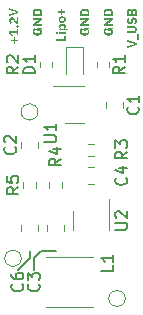
<source format=gbr>
%TF.GenerationSoftware,KiCad,Pcbnew,7.0.1*%
%TF.CreationDate,2024-02-21T00:14:53-08:00*%
%TF.ProjectId,G305_lipo_PMIC,47333035-5f6c-4697-906f-5f504d49432e,rev?*%
%TF.SameCoordinates,Original*%
%TF.FileFunction,Legend,Top*%
%TF.FilePolarity,Positive*%
%FSLAX46Y46*%
G04 Gerber Fmt 4.6, Leading zero omitted, Abs format (unit mm)*
G04 Created by KiCad (PCBNEW 7.0.1) date 2024-02-21 00:14:53*
%MOMM*%
%LPD*%
G01*
G04 APERTURE LIST*
%ADD10C,0.160000*%
%ADD11C,0.150000*%
%ADD12C,0.120000*%
G04 APERTURE END LIST*
D10*
X102400000Y-95000000D02*
X101444847Y-95955153D01*
X103400000Y-94400000D02*
X102800000Y-95000000D01*
X102800000Y-95000000D02*
X102800000Y-96000000D01*
X102400000Y-94400000D02*
X102400000Y-95000000D01*
X104600000Y-94400000D02*
X103400000Y-94400000D01*
G36*
X103464000Y-75613258D02*
G01*
X103464000Y-75469838D01*
X103026316Y-75469838D01*
X103026316Y-75777780D01*
X103168759Y-75777780D01*
X103168759Y-75632211D01*
X103208228Y-75632211D01*
X103222167Y-75633000D01*
X103235257Y-75635315D01*
X103247490Y-75639082D01*
X103258860Y-75644224D01*
X103269360Y-75650666D01*
X103278982Y-75658331D01*
X103287721Y-75667144D01*
X103295570Y-75677029D01*
X103302520Y-75687910D01*
X103308566Y-75699712D01*
X103313701Y-75712357D01*
X103317918Y-75725771D01*
X103321209Y-75739878D01*
X103323569Y-75754601D01*
X103324990Y-75769866D01*
X103325346Y-75777677D01*
X103325465Y-75785595D01*
X103325286Y-75795360D01*
X103324748Y-75804902D01*
X103323850Y-75814216D01*
X103322591Y-75823297D01*
X103320967Y-75832138D01*
X103318979Y-75840734D01*
X103316623Y-75849079D01*
X103313900Y-75857168D01*
X103310807Y-75864994D01*
X103307342Y-75872551D01*
X103303505Y-75879835D01*
X103299293Y-75886839D01*
X103294705Y-75893557D01*
X103289739Y-75899985D01*
X103284394Y-75906115D01*
X103278668Y-75911942D01*
X103272560Y-75917461D01*
X103266068Y-75922665D01*
X103259190Y-75927550D01*
X103251925Y-75932109D01*
X103244271Y-75936336D01*
X103236228Y-75940225D01*
X103227792Y-75943772D01*
X103218963Y-75946970D01*
X103209739Y-75949813D01*
X103200118Y-75952295D01*
X103190099Y-75954412D01*
X103179681Y-75956157D01*
X103168861Y-75957524D01*
X103157639Y-75958507D01*
X103146012Y-75959101D01*
X103133979Y-75959301D01*
X103008145Y-75959301D01*
X102996003Y-75959101D01*
X102984272Y-75958507D01*
X102972948Y-75957524D01*
X102962030Y-75956157D01*
X102951517Y-75954412D01*
X102941407Y-75952295D01*
X102931699Y-75949813D01*
X102922391Y-75946970D01*
X102913481Y-75943772D01*
X102904968Y-75940225D01*
X102896851Y-75936336D01*
X102889127Y-75932109D01*
X102881795Y-75927550D01*
X102874854Y-75922665D01*
X102868301Y-75917461D01*
X102862136Y-75911942D01*
X102856357Y-75906115D01*
X102850962Y-75899985D01*
X102845950Y-75893557D01*
X102841319Y-75886839D01*
X102837068Y-75879835D01*
X102833194Y-75872551D01*
X102829697Y-75864994D01*
X102826575Y-75857168D01*
X102823825Y-75849079D01*
X102821448Y-75840734D01*
X102819441Y-75832138D01*
X102817802Y-75823297D01*
X102816530Y-75814216D01*
X102815623Y-75804902D01*
X102815080Y-75795360D01*
X102814900Y-75785595D01*
X102815045Y-75777220D01*
X102815476Y-75769091D01*
X102816187Y-75761205D01*
X102818417Y-75746148D01*
X102821678Y-75732022D01*
X102825914Y-75718802D01*
X102831068Y-75706461D01*
X102837085Y-75694971D01*
X102843908Y-75684307D01*
X102851480Y-75674442D01*
X102859745Y-75665348D01*
X102868647Y-75657001D01*
X102878130Y-75649371D01*
X102888136Y-75642435D01*
X102898610Y-75636163D01*
X102909495Y-75630531D01*
X102920735Y-75625511D01*
X102926470Y-75623223D01*
X102845772Y-75484297D01*
X102834660Y-75489891D01*
X102823892Y-75495753D01*
X102813468Y-75501880D01*
X102803390Y-75508271D01*
X102793657Y-75514924D01*
X102784271Y-75521837D01*
X102775232Y-75529006D01*
X102766540Y-75536431D01*
X102758196Y-75544109D01*
X102750201Y-75552038D01*
X102742555Y-75560215D01*
X102735258Y-75568639D01*
X102728312Y-75577307D01*
X102721717Y-75586218D01*
X102715474Y-75595369D01*
X102709582Y-75604758D01*
X102704043Y-75614383D01*
X102698858Y-75624241D01*
X102694026Y-75634331D01*
X102689548Y-75644650D01*
X102685426Y-75655197D01*
X102681658Y-75665969D01*
X102678247Y-75676964D01*
X102675193Y-75688179D01*
X102672496Y-75699613D01*
X102670156Y-75711264D01*
X102668175Y-75723129D01*
X102666553Y-75735206D01*
X102665290Y-75747494D01*
X102664387Y-75759989D01*
X102663845Y-75772690D01*
X102663665Y-75785595D01*
X102664087Y-75805246D01*
X102665353Y-75824476D01*
X102667458Y-75843272D01*
X102670398Y-75861620D01*
X102674168Y-75879508D01*
X102678764Y-75896921D01*
X102684182Y-75913847D01*
X102690418Y-75930273D01*
X102697468Y-75946184D01*
X102705328Y-75961568D01*
X102713993Y-75976411D01*
X102723459Y-75990700D01*
X102733722Y-76004422D01*
X102744777Y-76017563D01*
X102756622Y-76030110D01*
X102769251Y-76042050D01*
X102782660Y-76053370D01*
X102796845Y-76064056D01*
X102811802Y-76074094D01*
X102827527Y-76083472D01*
X102844015Y-76092177D01*
X102861262Y-76100194D01*
X102879265Y-76107511D01*
X102898019Y-76114114D01*
X102917519Y-76119990D01*
X102937762Y-76125126D01*
X102958743Y-76129509D01*
X102980459Y-76133124D01*
X103002904Y-76135959D01*
X103026075Y-76138001D01*
X103049968Y-76139235D01*
X103074579Y-76139650D01*
X103098888Y-76139240D01*
X103122466Y-76138022D01*
X103145309Y-76136015D01*
X103167415Y-76133238D01*
X103188781Y-76129709D01*
X103209405Y-76125448D01*
X103229284Y-76120474D01*
X103248415Y-76114804D01*
X103266797Y-76108459D01*
X103284425Y-76101456D01*
X103301298Y-76093815D01*
X103317413Y-76085554D01*
X103332767Y-76076692D01*
X103347358Y-76067249D01*
X103361184Y-76057242D01*
X103374240Y-76046691D01*
X103386526Y-76035614D01*
X103398038Y-76024031D01*
X103408774Y-76011960D01*
X103418730Y-75999420D01*
X103427905Y-75986430D01*
X103436296Y-75973008D01*
X103443901Y-75959174D01*
X103450716Y-75944945D01*
X103456739Y-75930342D01*
X103461967Y-75915383D01*
X103466398Y-75900087D01*
X103470030Y-75884472D01*
X103472859Y-75868557D01*
X103474882Y-75852361D01*
X103476099Y-75835904D01*
X103476505Y-75819203D01*
X103476332Y-75808328D01*
X103475821Y-75797724D01*
X103474977Y-75787393D01*
X103473807Y-75777338D01*
X103472321Y-75767562D01*
X103470523Y-75758067D01*
X103468423Y-75748855D01*
X103466027Y-75739931D01*
X103463342Y-75731296D01*
X103460376Y-75722953D01*
X103457136Y-75714905D01*
X103453630Y-75707154D01*
X103449864Y-75699703D01*
X103445846Y-75692555D01*
X103441584Y-75685713D01*
X103437084Y-75679179D01*
X103432354Y-75672955D01*
X103422233Y-75661452D01*
X103411279Y-75651223D01*
X103399550Y-75642292D01*
X103387105Y-75634680D01*
X103374003Y-75628407D01*
X103360301Y-75623496D01*
X103346058Y-75619967D01*
X103338752Y-75618729D01*
X103338752Y-75613258D01*
X103464000Y-75613258D01*
G37*
G36*
X103464000Y-74851806D02*
G01*
X103464000Y-74665986D01*
X102676170Y-74665986D01*
X102676170Y-74826014D01*
X103206665Y-74826014D01*
X103206665Y-74829531D01*
X103048787Y-74904563D01*
X102676170Y-75118519D01*
X102676170Y-75304339D01*
X103464000Y-75304339D01*
X103464000Y-75144116D01*
X102933699Y-75144116D01*
X102933699Y-75140794D01*
X103091578Y-75065763D01*
X103464000Y-74851806D01*
G37*
G36*
X103094354Y-73855889D02*
G01*
X103117850Y-73857075D01*
X103140572Y-73859037D01*
X103162521Y-73861764D01*
X103183696Y-73865242D01*
X103204099Y-73869460D01*
X103223729Y-73874406D01*
X103242587Y-73880068D01*
X103260673Y-73886433D01*
X103277986Y-73893489D01*
X103294528Y-73901225D01*
X103310298Y-73909628D01*
X103325297Y-73918686D01*
X103339525Y-73928387D01*
X103352981Y-73938720D01*
X103365667Y-73949671D01*
X103377583Y-73961229D01*
X103388728Y-73973381D01*
X103399103Y-73986116D01*
X103408708Y-73999422D01*
X103417544Y-74013286D01*
X103425610Y-74027697D01*
X103432907Y-74042642D01*
X103439435Y-74058108D01*
X103445194Y-74074085D01*
X103450184Y-74090560D01*
X103454407Y-74107521D01*
X103457861Y-74124955D01*
X103460547Y-74142852D01*
X103462465Y-74161197D01*
X103463616Y-74179981D01*
X103464000Y-74199189D01*
X103464000Y-74493844D01*
X102676170Y-74493844D01*
X102676170Y-74323655D01*
X102827405Y-74323655D01*
X103312960Y-74323655D01*
X103312960Y-74199189D01*
X103312796Y-74189867D01*
X103312304Y-74180772D01*
X103311479Y-74171907D01*
X103310321Y-74163279D01*
X103308826Y-74154891D01*
X103306991Y-74146747D01*
X103304814Y-74138853D01*
X103302292Y-74131213D01*
X103296204Y-74116713D01*
X103288704Y-74103283D01*
X103279772Y-74090959D01*
X103269387Y-74079779D01*
X103257527Y-74069777D01*
X103251037Y-74065230D01*
X103244171Y-74060992D01*
X103236926Y-74057066D01*
X103229298Y-74053458D01*
X103221286Y-74050172D01*
X103212887Y-74047212D01*
X103204098Y-74044584D01*
X103194917Y-74042291D01*
X103185341Y-74040339D01*
X103175366Y-74038731D01*
X103164992Y-74037473D01*
X103154214Y-74036569D01*
X103143030Y-74036023D01*
X103131438Y-74035840D01*
X103008926Y-74035840D01*
X102997334Y-74036023D01*
X102986151Y-74036569D01*
X102975373Y-74037473D01*
X102964998Y-74038731D01*
X102955024Y-74040339D01*
X102945448Y-74042291D01*
X102936266Y-74044584D01*
X102927477Y-74047212D01*
X102919078Y-74050172D01*
X102911066Y-74053458D01*
X102903439Y-74057066D01*
X102896194Y-74060992D01*
X102889327Y-74065230D01*
X102876722Y-74074628D01*
X102865602Y-74085224D01*
X102855946Y-74096981D01*
X102847733Y-74109862D01*
X102840941Y-74123832D01*
X102838072Y-74131213D01*
X102835550Y-74138853D01*
X102833374Y-74146747D01*
X102831539Y-74154891D01*
X102830044Y-74163279D01*
X102828885Y-74171907D01*
X102828061Y-74180772D01*
X102827569Y-74189867D01*
X102827405Y-74199189D01*
X102827405Y-74323655D01*
X102676170Y-74323655D01*
X102676170Y-74199189D01*
X102676554Y-74179981D01*
X102677706Y-74161197D01*
X102679627Y-74142852D01*
X102682317Y-74124955D01*
X102685775Y-74107521D01*
X102690002Y-74090560D01*
X102694997Y-74074085D01*
X102700762Y-74058108D01*
X102707296Y-74042642D01*
X102714599Y-74027697D01*
X102722671Y-74013286D01*
X102731513Y-73999422D01*
X102741124Y-73986116D01*
X102751504Y-73973381D01*
X102762655Y-73961229D01*
X102774575Y-73949671D01*
X102787265Y-73938720D01*
X102800726Y-73928387D01*
X102814956Y-73918686D01*
X102829957Y-73909628D01*
X102845728Y-73901225D01*
X102862270Y-73893489D01*
X102879582Y-73886433D01*
X102897664Y-73880068D01*
X102916518Y-73874406D01*
X102936143Y-73869460D01*
X102956538Y-73865242D01*
X102977705Y-73861764D01*
X102999643Y-73859037D01*
X103022352Y-73857075D01*
X103045832Y-73855889D01*
X103070085Y-73855491D01*
X103094354Y-73855889D01*
G37*
G36*
X105464000Y-76142190D02*
G01*
X105312960Y-76142190D01*
X105312960Y-76440166D01*
X104676170Y-76440166D01*
X104676170Y-76610355D01*
X105464000Y-76610355D01*
X105464000Y-76142190D01*
G37*
G36*
X104814509Y-75943279D02*
G01*
X104814107Y-75931120D01*
X104812922Y-75919841D01*
X104810989Y-75909429D01*
X104808339Y-75899870D01*
X104805005Y-75891152D01*
X104801021Y-75883261D01*
X104796419Y-75876184D01*
X104791233Y-75869908D01*
X104785494Y-75864420D01*
X104779237Y-75859706D01*
X104772493Y-75855753D01*
X104765297Y-75852548D01*
X104757680Y-75850079D01*
X104749677Y-75848331D01*
X104741318Y-75847293D01*
X104732639Y-75846949D01*
X104708019Y-75846949D01*
X104699339Y-75847293D01*
X104690981Y-75848331D01*
X104682977Y-75850079D01*
X104675361Y-75852548D01*
X104668164Y-75855753D01*
X104661421Y-75859706D01*
X104655164Y-75864420D01*
X104649425Y-75869908D01*
X104644239Y-75876184D01*
X104639637Y-75883261D01*
X104635653Y-75891152D01*
X104632319Y-75899870D01*
X104629669Y-75909429D01*
X104627735Y-75919841D01*
X104626551Y-75931120D01*
X104626149Y-75943279D01*
X104626551Y-75955437D01*
X104627735Y-75966716D01*
X104629669Y-75977128D01*
X104632319Y-75986687D01*
X104635653Y-75995405D01*
X104639637Y-76003296D01*
X104644239Y-76010373D01*
X104649425Y-76016649D01*
X104655164Y-76022138D01*
X104661421Y-76026852D01*
X104668164Y-76030804D01*
X104675361Y-76034009D01*
X104682977Y-76036478D01*
X104690981Y-76038226D01*
X104699339Y-76039265D01*
X104708019Y-76039608D01*
X104732639Y-76039608D01*
X104741318Y-76039265D01*
X104749677Y-76038226D01*
X104757680Y-76036478D01*
X104765297Y-76034009D01*
X104772493Y-76030804D01*
X104779237Y-76026852D01*
X104785494Y-76022138D01*
X104791233Y-76016649D01*
X104796419Y-76010373D01*
X104801021Y-76003296D01*
X104805005Y-75995405D01*
X104808339Y-75986687D01*
X104810989Y-75977128D01*
X104812922Y-75966716D01*
X104814107Y-75955437D01*
X104814509Y-75943279D01*
G37*
G36*
X105464000Y-76026126D02*
G01*
X105464000Y-75860431D01*
X104876254Y-75860431D01*
X104876254Y-76026126D01*
X105464000Y-76026126D01*
G37*
G36*
X105188048Y-75151181D02*
G01*
X105205832Y-75151858D01*
X105223084Y-75152985D01*
X105239802Y-75154562D01*
X105255982Y-75156588D01*
X105271619Y-75159060D01*
X105286711Y-75161979D01*
X105301254Y-75165344D01*
X105315245Y-75169153D01*
X105328680Y-75173405D01*
X105341556Y-75178100D01*
X105353868Y-75183237D01*
X105365614Y-75188815D01*
X105376790Y-75194832D01*
X105387393Y-75201287D01*
X105397419Y-75208181D01*
X105406864Y-75215511D01*
X105415726Y-75223277D01*
X105423999Y-75231478D01*
X105431682Y-75240113D01*
X105438771Y-75249181D01*
X105445261Y-75258680D01*
X105451150Y-75268611D01*
X105456434Y-75278972D01*
X105461110Y-75289761D01*
X105465173Y-75300979D01*
X105468621Y-75312624D01*
X105471450Y-75324695D01*
X105473656Y-75337191D01*
X105475236Y-75350112D01*
X105476187Y-75363455D01*
X105476505Y-75377221D01*
X105475949Y-75391336D01*
X105474315Y-75405139D01*
X105471648Y-75418576D01*
X105467996Y-75431593D01*
X105463406Y-75444135D01*
X105457927Y-75456147D01*
X105451604Y-75467574D01*
X105444484Y-75478362D01*
X105436617Y-75488457D01*
X105428047Y-75497803D01*
X105418824Y-75506346D01*
X105408993Y-75514031D01*
X105398602Y-75520804D01*
X105387699Y-75526609D01*
X105376331Y-75531393D01*
X105364544Y-75535100D01*
X105364544Y-75540766D01*
X105689094Y-75540766D01*
X105689094Y-75706461D01*
X104876254Y-75706461D01*
X104876254Y-75540766D01*
X104975905Y-75540766D01*
X104975905Y-75535100D01*
X104963922Y-75531393D01*
X104952404Y-75526609D01*
X104941393Y-75520804D01*
X104930930Y-75514031D01*
X104921060Y-75506346D01*
X104911824Y-75497803D01*
X104903265Y-75488457D01*
X104895427Y-75478362D01*
X104888350Y-75467574D01*
X104882079Y-75456147D01*
X104876656Y-75444135D01*
X104872316Y-75432127D01*
X104998180Y-75432127D01*
X104998557Y-75443683D01*
X104999676Y-75454803D01*
X105001518Y-75465444D01*
X105004066Y-75475563D01*
X105007300Y-75485117D01*
X105011204Y-75494064D01*
X105015757Y-75502362D01*
X105020943Y-75509967D01*
X105026742Y-75516838D01*
X105033137Y-75522930D01*
X105040108Y-75528202D01*
X105047639Y-75532612D01*
X105055709Y-75536115D01*
X105064302Y-75538671D01*
X105073399Y-75540235D01*
X105082981Y-75540766D01*
X105256100Y-75540766D01*
X105265923Y-75540235D01*
X105275230Y-75538671D01*
X105284005Y-75536115D01*
X105292233Y-75532612D01*
X105299896Y-75528202D01*
X105306978Y-75522930D01*
X105313463Y-75516838D01*
X105319334Y-75509967D01*
X105324576Y-75502362D01*
X105329172Y-75494064D01*
X105333106Y-75485117D01*
X105336361Y-75475563D01*
X105338921Y-75465444D01*
X105340770Y-75454803D01*
X105341891Y-75443683D01*
X105342269Y-75432127D01*
X105341713Y-75420569D01*
X105340068Y-75409443D01*
X105337367Y-75398792D01*
X105333641Y-75388661D01*
X105328924Y-75379092D01*
X105323248Y-75370128D01*
X105316645Y-75361813D01*
X105309150Y-75354189D01*
X105300793Y-75347301D01*
X105291608Y-75341191D01*
X105281627Y-75335902D01*
X105270883Y-75331478D01*
X105259408Y-75327962D01*
X105247236Y-75325396D01*
X105234399Y-75323826D01*
X105220929Y-75323293D01*
X105119519Y-75323293D01*
X105106049Y-75323826D01*
X105093212Y-75325396D01*
X105081040Y-75327962D01*
X105069566Y-75331478D01*
X105058822Y-75335902D01*
X105048841Y-75341191D01*
X105039656Y-75347301D01*
X105031299Y-75354189D01*
X105023803Y-75361813D01*
X105017201Y-75370128D01*
X105011525Y-75379092D01*
X105006807Y-75388661D01*
X105003082Y-75398792D01*
X105000380Y-75409443D01*
X104998735Y-75420569D01*
X104998180Y-75432127D01*
X104872316Y-75432127D01*
X104872123Y-75431593D01*
X104868523Y-75418576D01*
X104865899Y-75405139D01*
X104864293Y-75391336D01*
X104863748Y-75377221D01*
X104864063Y-75363455D01*
X104865006Y-75350112D01*
X104866573Y-75337191D01*
X104868762Y-75324695D01*
X104871569Y-75312624D01*
X104874991Y-75300979D01*
X104879026Y-75289761D01*
X104883669Y-75278972D01*
X104888919Y-75268611D01*
X104894771Y-75258680D01*
X104901223Y-75249181D01*
X104908272Y-75240113D01*
X104915914Y-75231478D01*
X104924146Y-75223277D01*
X104932966Y-75215511D01*
X104942370Y-75208181D01*
X104952355Y-75201287D01*
X104962918Y-75194832D01*
X104974055Y-75188815D01*
X104985765Y-75183237D01*
X104998043Y-75178100D01*
X105010886Y-75173405D01*
X105024292Y-75169153D01*
X105038257Y-75165344D01*
X105052778Y-75161979D01*
X105067852Y-75159060D01*
X105083476Y-75156588D01*
X105099647Y-75154562D01*
X105116361Y-75152985D01*
X105133616Y-75151858D01*
X105151409Y-75151181D01*
X105169736Y-75150955D01*
X105188048Y-75151181D01*
G37*
G36*
X105187171Y-74511925D02*
G01*
X105204189Y-74512823D01*
X105220783Y-74514312D01*
X105236941Y-74516386D01*
X105252656Y-74519039D01*
X105267919Y-74522265D01*
X105282720Y-74526057D01*
X105297050Y-74530410D01*
X105310902Y-74535317D01*
X105324264Y-74540773D01*
X105337130Y-74546771D01*
X105349489Y-74553304D01*
X105361333Y-74560368D01*
X105372652Y-74567956D01*
X105383438Y-74576061D01*
X105393682Y-74584678D01*
X105403375Y-74593800D01*
X105412507Y-74603422D01*
X105421070Y-74613537D01*
X105429055Y-74624139D01*
X105436453Y-74635222D01*
X105443254Y-74646779D01*
X105449450Y-74658806D01*
X105455033Y-74671295D01*
X105459992Y-74684241D01*
X105464319Y-74697637D01*
X105468005Y-74711478D01*
X105471041Y-74725757D01*
X105473418Y-74740467D01*
X105475127Y-74755604D01*
X105476159Y-74771160D01*
X105476505Y-74787131D01*
X105476159Y-74803101D01*
X105475127Y-74818657D01*
X105473418Y-74833794D01*
X105471041Y-74848505D01*
X105468005Y-74862783D01*
X105464319Y-74876624D01*
X105459992Y-74890020D01*
X105455033Y-74902966D01*
X105449450Y-74915455D01*
X105443254Y-74927482D01*
X105436453Y-74939040D01*
X105429055Y-74950123D01*
X105421070Y-74960725D01*
X105412507Y-74970840D01*
X105403375Y-74980461D01*
X105393682Y-74989584D01*
X105383438Y-74998200D01*
X105372652Y-75006306D01*
X105361333Y-75013893D01*
X105349489Y-75020957D01*
X105337130Y-75027491D01*
X105324264Y-75033488D01*
X105310902Y-75038944D01*
X105297050Y-75043851D01*
X105282720Y-75048204D01*
X105267919Y-75051996D01*
X105252656Y-75055222D01*
X105236941Y-75057875D01*
X105220783Y-75059949D01*
X105204189Y-75061438D01*
X105187171Y-75062336D01*
X105169736Y-75062637D01*
X105152286Y-75062336D01*
X105135259Y-75061438D01*
X105118663Y-75059949D01*
X105102508Y-75057875D01*
X105086801Y-75055222D01*
X105071552Y-75051996D01*
X105056769Y-75048204D01*
X105042461Y-75043851D01*
X105028635Y-75038944D01*
X105015302Y-75033488D01*
X105002468Y-75027491D01*
X104990144Y-75020957D01*
X104978337Y-75013893D01*
X104967056Y-75006306D01*
X104956310Y-74998200D01*
X104946107Y-74989584D01*
X104936456Y-74980461D01*
X104927365Y-74970840D01*
X104918843Y-74960725D01*
X104910899Y-74950123D01*
X104903541Y-74939040D01*
X104896778Y-74927482D01*
X104890619Y-74915455D01*
X104885071Y-74902966D01*
X104880143Y-74890020D01*
X104875845Y-74876624D01*
X104872185Y-74862783D01*
X104869170Y-74848505D01*
X104866811Y-74833794D01*
X104865115Y-74818657D01*
X104864091Y-74803101D01*
X104863748Y-74787131D01*
X104994858Y-74787131D01*
X104995352Y-74798977D01*
X104996823Y-74810180D01*
X104999255Y-74820723D01*
X105002631Y-74830588D01*
X105006934Y-74839759D01*
X105012148Y-74848220D01*
X105018256Y-74855953D01*
X105025242Y-74862944D01*
X105033088Y-74869174D01*
X105041779Y-74874627D01*
X105051298Y-74879287D01*
X105061628Y-74883136D01*
X105072752Y-74886160D01*
X105084654Y-74888340D01*
X105097318Y-74889660D01*
X105110727Y-74890103D01*
X105229722Y-74890103D01*
X105243130Y-74889660D01*
X105255794Y-74888340D01*
X105267696Y-74886160D01*
X105278821Y-74883136D01*
X105289151Y-74879287D01*
X105298669Y-74874627D01*
X105307360Y-74869174D01*
X105315207Y-74862944D01*
X105322192Y-74855953D01*
X105328300Y-74848220D01*
X105333514Y-74839759D01*
X105337818Y-74830588D01*
X105341193Y-74820723D01*
X105343625Y-74810180D01*
X105345096Y-74798977D01*
X105345591Y-74787131D01*
X105345096Y-74775252D01*
X105343625Y-74764025D01*
X105341193Y-74753466D01*
X105337818Y-74743591D01*
X105333514Y-74734416D01*
X105328300Y-74725956D01*
X105322192Y-74718227D01*
X105315207Y-74711244D01*
X105307360Y-74705025D01*
X105298669Y-74699583D01*
X105289151Y-74694935D01*
X105278821Y-74691097D01*
X105267696Y-74688085D01*
X105255794Y-74685914D01*
X105243130Y-74684599D01*
X105229722Y-74684158D01*
X105110727Y-74684158D01*
X105097318Y-74684599D01*
X105084654Y-74685914D01*
X105072752Y-74688085D01*
X105061628Y-74691097D01*
X105051298Y-74694935D01*
X105041779Y-74699583D01*
X105033088Y-74705025D01*
X105025242Y-74711244D01*
X105018256Y-74718227D01*
X105012148Y-74725956D01*
X105006934Y-74734416D01*
X105002631Y-74743591D01*
X104999255Y-74753466D01*
X104996823Y-74764025D01*
X104995352Y-74775252D01*
X104994858Y-74787131D01*
X104863748Y-74787131D01*
X104864091Y-74771160D01*
X104865115Y-74755604D01*
X104866811Y-74740467D01*
X104869170Y-74725757D01*
X104872185Y-74711478D01*
X104875845Y-74697637D01*
X104880143Y-74684241D01*
X104885071Y-74671295D01*
X104890619Y-74658806D01*
X104896778Y-74646779D01*
X104903541Y-74635222D01*
X104910899Y-74624139D01*
X104918843Y-74613537D01*
X104927365Y-74603422D01*
X104936456Y-74593800D01*
X104946107Y-74584678D01*
X104956310Y-74576061D01*
X104967056Y-74567956D01*
X104978337Y-74560368D01*
X104990144Y-74553304D01*
X105002468Y-74546771D01*
X105015302Y-74540773D01*
X105028635Y-74535317D01*
X105042461Y-74530410D01*
X105056769Y-74526057D01*
X105071552Y-74522265D01*
X105086801Y-74519039D01*
X105102508Y-74516386D01*
X105118663Y-74514312D01*
X105135259Y-74512823D01*
X105152286Y-74511925D01*
X105169736Y-74511625D01*
X105187171Y-74511925D01*
G37*
G36*
X105395025Y-74063781D02*
G01*
X105188884Y-74063781D01*
X105188884Y-73874444D01*
X105056798Y-73874444D01*
X105056798Y-74063781D01*
X104850657Y-74063781D01*
X104850657Y-74207200D01*
X105056798Y-74207200D01*
X105056798Y-74396342D01*
X105188884Y-74396342D01*
X105188884Y-74207200D01*
X105395025Y-74207200D01*
X105395025Y-74063781D01*
G37*
G36*
X111464000Y-76745763D02*
G01*
X110676170Y-76491555D01*
X110676170Y-76658422D01*
X111054453Y-76774877D01*
X111301627Y-76834277D01*
X111301627Y-76837599D01*
X111054453Y-76899148D01*
X110676170Y-77015603D01*
X110676170Y-77188136D01*
X111464000Y-76936077D01*
X111464000Y-76745763D01*
G37*
G36*
X111676979Y-75976887D02*
G01*
X111539031Y-75976887D01*
X111539031Y-76532588D01*
X111676979Y-76532588D01*
X111676979Y-75976887D01*
G37*
G36*
X110676170Y-75940348D02*
G01*
X111141404Y-75940348D01*
X111162788Y-75940104D01*
X111183420Y-75939363D01*
X111203306Y-75938116D01*
X111222449Y-75936351D01*
X111240854Y-75934057D01*
X111258526Y-75931225D01*
X111275471Y-75927843D01*
X111291692Y-75923901D01*
X111307195Y-75919388D01*
X111321984Y-75914294D01*
X111336065Y-75908606D01*
X111349441Y-75902316D01*
X111362118Y-75895412D01*
X111374101Y-75887883D01*
X111385394Y-75879720D01*
X111396002Y-75870910D01*
X111405930Y-75861444D01*
X111415183Y-75851310D01*
X111423766Y-75840498D01*
X111431682Y-75828998D01*
X111438938Y-75816799D01*
X111445538Y-75803889D01*
X111451486Y-75790258D01*
X111456788Y-75775896D01*
X111461448Y-75760792D01*
X111465472Y-75744935D01*
X111468863Y-75728315D01*
X111471627Y-75710920D01*
X111473768Y-75692740D01*
X111475292Y-75673764D01*
X111476202Y-75653983D01*
X111476505Y-75633384D01*
X111476202Y-75612803D01*
X111475292Y-75593037D01*
X111473768Y-75574077D01*
X111471627Y-75555912D01*
X111468863Y-75538531D01*
X111465472Y-75521923D01*
X111461448Y-75506077D01*
X111456788Y-75490984D01*
X111451486Y-75476632D01*
X111445538Y-75463010D01*
X111438938Y-75450109D01*
X111431682Y-75437917D01*
X111423766Y-75426423D01*
X111415183Y-75415618D01*
X111405930Y-75405490D01*
X111396002Y-75396028D01*
X111385394Y-75387223D01*
X111374101Y-75379063D01*
X111362118Y-75371538D01*
X111349441Y-75364636D01*
X111336065Y-75358348D01*
X111321984Y-75352663D01*
X111307195Y-75347570D01*
X111291692Y-75343058D01*
X111275471Y-75339117D01*
X111258526Y-75335736D01*
X111240854Y-75332905D01*
X111222449Y-75330612D01*
X111203306Y-75328847D01*
X111183420Y-75327600D01*
X111162788Y-75326859D01*
X111141404Y-75326615D01*
X110676170Y-75326615D01*
X110676170Y-75492309D01*
X111159380Y-75492309D01*
X111169604Y-75492428D01*
X111179502Y-75492786D01*
X111189076Y-75493387D01*
X111198325Y-75494235D01*
X111207248Y-75495335D01*
X111215847Y-75496688D01*
X111224121Y-75498300D01*
X111232070Y-75500174D01*
X111239694Y-75502313D01*
X111253967Y-75507403D01*
X111266941Y-75513601D01*
X111278617Y-75520935D01*
X111288994Y-75529436D01*
X111298074Y-75539133D01*
X111305855Y-75550056D01*
X111312338Y-75562236D01*
X111317525Y-75575701D01*
X111321414Y-75590482D01*
X111322873Y-75598375D01*
X111324007Y-75606607D01*
X111324817Y-75615184D01*
X111325303Y-75624108D01*
X111325465Y-75633384D01*
X111325303Y-75642660D01*
X111324817Y-75651585D01*
X111324007Y-75660165D01*
X111322873Y-75668401D01*
X111321414Y-75676299D01*
X111317525Y-75691090D01*
X111312338Y-75704569D01*
X111305855Y-75716764D01*
X111298074Y-75727705D01*
X111288994Y-75737420D01*
X111278617Y-75745939D01*
X111266941Y-75753292D01*
X111253967Y-75759506D01*
X111239694Y-75764612D01*
X111232070Y-75766759D01*
X111224121Y-75768639D01*
X111215847Y-75770257D01*
X111207248Y-75771615D01*
X111198325Y-75772719D01*
X111189076Y-75773571D01*
X111179502Y-75774175D01*
X111169604Y-75774535D01*
X111159380Y-75774654D01*
X110676170Y-75774654D01*
X110676170Y-75940348D01*
G37*
G36*
X111476505Y-74905931D02*
G01*
X111476201Y-74887900D01*
X111475298Y-74870372D01*
X111473806Y-74853353D01*
X111471735Y-74836846D01*
X111469096Y-74820856D01*
X111465899Y-74805389D01*
X111462156Y-74790447D01*
X111457875Y-74776036D01*
X111453069Y-74762161D01*
X111447747Y-74748825D01*
X111441919Y-74736033D01*
X111435598Y-74723791D01*
X111428792Y-74712101D01*
X111421513Y-74700969D01*
X111413771Y-74690400D01*
X111405577Y-74680397D01*
X111396940Y-74670966D01*
X111387872Y-74662110D01*
X111378384Y-74653835D01*
X111368485Y-74646144D01*
X111358186Y-74639043D01*
X111347497Y-74632536D01*
X111336430Y-74626627D01*
X111324995Y-74621321D01*
X111313202Y-74616622D01*
X111301061Y-74612535D01*
X111288584Y-74609065D01*
X111275781Y-74606215D01*
X111262662Y-74603991D01*
X111249237Y-74602397D01*
X111235518Y-74601437D01*
X111221515Y-74601116D01*
X111208987Y-74601343D01*
X111196827Y-74602024D01*
X111185032Y-74603160D01*
X111173599Y-74604753D01*
X111162524Y-74606804D01*
X111151804Y-74609313D01*
X111141438Y-74612281D01*
X111131420Y-74615709D01*
X111121749Y-74619599D01*
X111112421Y-74623951D01*
X111103434Y-74628767D01*
X111094783Y-74634047D01*
X111086466Y-74639793D01*
X111078481Y-74646005D01*
X111070823Y-74652684D01*
X111063490Y-74659832D01*
X111056479Y-74667449D01*
X111049786Y-74675536D01*
X111043409Y-74684095D01*
X111037345Y-74693127D01*
X111031589Y-74702631D01*
X111026141Y-74712610D01*
X111020995Y-74723065D01*
X111016150Y-74733996D01*
X111011601Y-74745404D01*
X111007347Y-74757291D01*
X111003384Y-74769658D01*
X110999708Y-74782504D01*
X110996318Y-74795832D01*
X110993209Y-74809643D01*
X110990378Y-74823937D01*
X110987824Y-74838715D01*
X110975318Y-74915896D01*
X110973288Y-74927663D01*
X110970986Y-74938573D01*
X110968376Y-74948641D01*
X110965424Y-74957878D01*
X110962095Y-74966299D01*
X110958355Y-74973918D01*
X110954169Y-74980747D01*
X110946978Y-74989539D01*
X110938588Y-74996632D01*
X110928884Y-75002069D01*
X110917748Y-75005896D01*
X110909471Y-75007576D01*
X110900471Y-75008574D01*
X110890713Y-75008904D01*
X110882026Y-75008470D01*
X110873781Y-75007168D01*
X110865995Y-75004993D01*
X110858683Y-75001943D01*
X110851863Y-74998013D01*
X110845550Y-74993200D01*
X110839761Y-74987502D01*
X110834512Y-74980913D01*
X110829820Y-74973432D01*
X110825700Y-74965054D01*
X110822170Y-74955777D01*
X110819244Y-74945596D01*
X110816941Y-74934508D01*
X110815275Y-74922510D01*
X110814263Y-74909599D01*
X110813923Y-74895770D01*
X110814276Y-74880990D01*
X110815318Y-74866895D01*
X110817026Y-74853461D01*
X110819372Y-74840663D01*
X110822334Y-74828476D01*
X110825886Y-74816876D01*
X110830002Y-74805838D01*
X110834659Y-74795338D01*
X110839831Y-74785350D01*
X110845493Y-74775851D01*
X110851621Y-74766815D01*
X110858189Y-74758219D01*
X110865172Y-74750037D01*
X110872547Y-74742245D01*
X110880287Y-74734818D01*
X110888368Y-74727731D01*
X110773476Y-74614598D01*
X110766955Y-74620663D01*
X110760619Y-74626879D01*
X110754468Y-74633245D01*
X110748506Y-74639763D01*
X110742732Y-74646433D01*
X110737149Y-74653255D01*
X110731758Y-74660229D01*
X110726560Y-74667357D01*
X110721557Y-74674639D01*
X110716751Y-74682075D01*
X110712142Y-74689666D01*
X110707733Y-74697411D01*
X110703525Y-74705312D01*
X110699519Y-74713369D01*
X110695716Y-74721583D01*
X110692119Y-74729954D01*
X110688728Y-74738482D01*
X110685546Y-74747168D01*
X110682573Y-74756012D01*
X110679811Y-74765015D01*
X110677262Y-74774178D01*
X110674926Y-74783500D01*
X110672806Y-74792982D01*
X110670903Y-74802625D01*
X110669219Y-74812429D01*
X110667754Y-74822395D01*
X110666511Y-74832523D01*
X110665490Y-74842813D01*
X110664693Y-74853267D01*
X110664123Y-74863884D01*
X110663779Y-74874665D01*
X110663665Y-74885610D01*
X110663949Y-74902629D01*
X110664794Y-74919206D01*
X110666191Y-74935335D01*
X110668129Y-74951010D01*
X110670599Y-74966224D01*
X110673590Y-74980970D01*
X110677093Y-74995243D01*
X110681097Y-75009035D01*
X110685594Y-75022340D01*
X110690572Y-75035152D01*
X110696022Y-75047464D01*
X110701934Y-75059270D01*
X110708297Y-75070563D01*
X110715103Y-75081337D01*
X110722341Y-75091585D01*
X110730001Y-75101301D01*
X110738073Y-75110478D01*
X110746547Y-75119110D01*
X110755414Y-75127190D01*
X110764663Y-75134713D01*
X110774284Y-75141670D01*
X110784268Y-75148057D01*
X110794604Y-75153866D01*
X110805283Y-75159092D01*
X110816294Y-75163726D01*
X110827628Y-75167764D01*
X110839275Y-75171198D01*
X110851224Y-75174023D01*
X110863466Y-75176231D01*
X110875991Y-75177816D01*
X110888789Y-75178772D01*
X110901850Y-75179092D01*
X110914102Y-75178872D01*
X110926053Y-75178209D01*
X110937702Y-75177102D01*
X110949048Y-75175547D01*
X110960088Y-75173541D01*
X110970821Y-75171083D01*
X110981245Y-75168170D01*
X110991359Y-75164798D01*
X111001161Y-75160965D01*
X111010649Y-75156669D01*
X111019822Y-75151907D01*
X111028679Y-75146676D01*
X111037216Y-75140973D01*
X111045434Y-75134797D01*
X111053329Y-75128144D01*
X111060901Y-75121011D01*
X111068148Y-75113397D01*
X111075068Y-75105297D01*
X111081660Y-75096711D01*
X111087921Y-75087634D01*
X111093851Y-75078066D01*
X111099447Y-75068001D01*
X111104709Y-75057439D01*
X111109634Y-75046377D01*
X111114220Y-75034811D01*
X111118467Y-75022739D01*
X111122371Y-75010159D01*
X111125933Y-74997068D01*
X111129150Y-74983463D01*
X111132020Y-74969341D01*
X111134542Y-74954701D01*
X111136714Y-74939539D01*
X111146875Y-74862162D01*
X111149029Y-74849134D01*
X111151672Y-74837342D01*
X111154790Y-74826732D01*
X111158366Y-74817249D01*
X111162387Y-74808840D01*
X111166837Y-74801448D01*
X111171701Y-74795020D01*
X111179742Y-74787064D01*
X111188632Y-74780969D01*
X111198321Y-74776549D01*
X111208758Y-74773621D01*
X111219893Y-74771999D01*
X111231676Y-74771500D01*
X111242239Y-74771972D01*
X111252297Y-74773391D01*
X111261826Y-74775760D01*
X111270800Y-74779083D01*
X111279197Y-74783363D01*
X111286991Y-74788604D01*
X111294158Y-74794809D01*
X111300674Y-74801981D01*
X111306515Y-74810124D01*
X111311656Y-74819241D01*
X111316072Y-74829336D01*
X111319741Y-74840413D01*
X111322636Y-74852473D01*
X111324734Y-74865522D01*
X111326011Y-74879563D01*
X111326442Y-74894598D01*
X111326085Y-74908779D01*
X111325015Y-74922742D01*
X111323235Y-74936477D01*
X111320745Y-74949977D01*
X111317548Y-74963233D01*
X111313644Y-74976236D01*
X111309037Y-74988980D01*
X111303727Y-75001454D01*
X111297717Y-75013652D01*
X111291008Y-75025564D01*
X111283601Y-75037182D01*
X111275499Y-75048498D01*
X111266703Y-75059505D01*
X111257215Y-75070192D01*
X111247037Y-75080553D01*
X111236170Y-75090578D01*
X111350085Y-75202735D01*
X111356946Y-75196357D01*
X111363676Y-75189825D01*
X111370270Y-75183136D01*
X111376722Y-75176285D01*
X111383027Y-75169270D01*
X111389178Y-75162088D01*
X111395170Y-75154736D01*
X111400997Y-75147209D01*
X111406654Y-75139505D01*
X111412134Y-75131621D01*
X111417432Y-75123553D01*
X111422542Y-75115298D01*
X111427459Y-75106853D01*
X111432177Y-75098215D01*
X111436690Y-75089380D01*
X111440992Y-75080345D01*
X111445078Y-75071106D01*
X111448941Y-75061661D01*
X111452577Y-75052007D01*
X111455979Y-75042139D01*
X111459142Y-75032056D01*
X111462060Y-75021752D01*
X111464727Y-75011226D01*
X111467138Y-75000474D01*
X111469287Y-74989493D01*
X111471167Y-74978279D01*
X111472774Y-74966829D01*
X111474102Y-74955141D01*
X111475145Y-74943210D01*
X111475896Y-74931033D01*
X111476352Y-74918608D01*
X111476505Y-74905931D01*
G37*
G36*
X111251654Y-73844410D02*
G01*
X111263072Y-73845156D01*
X111274318Y-73846388D01*
X111285379Y-73848094D01*
X111296240Y-73850265D01*
X111306889Y-73852888D01*
X111317311Y-73855955D01*
X111327492Y-73859454D01*
X111337419Y-73863375D01*
X111347079Y-73867707D01*
X111356457Y-73872440D01*
X111365539Y-73877564D01*
X111374312Y-73883067D01*
X111382763Y-73888940D01*
X111390877Y-73895171D01*
X111398640Y-73901751D01*
X111406040Y-73908668D01*
X111413061Y-73915913D01*
X111419691Y-73923474D01*
X111425916Y-73931342D01*
X111431722Y-73939505D01*
X111437095Y-73947953D01*
X111442021Y-73956676D01*
X111446487Y-73965663D01*
X111450480Y-73974904D01*
X111453984Y-73984387D01*
X111456987Y-73994104D01*
X111459475Y-74004042D01*
X111461434Y-74014192D01*
X111462850Y-74024543D01*
X111463710Y-74035084D01*
X111464000Y-74045805D01*
X111464000Y-74460236D01*
X110676170Y-74460236D01*
X110676170Y-74290048D01*
X110819589Y-74290048D01*
X111000133Y-74290048D01*
X111138863Y-74290048D01*
X111320775Y-74290048D01*
X111320775Y-74094068D01*
X111320470Y-74085843D01*
X111319562Y-74078033D01*
X111317088Y-74067130D01*
X111313313Y-74057250D01*
X111308270Y-74048446D01*
X111301993Y-74040774D01*
X111294516Y-74034286D01*
X111285871Y-74029038D01*
X111276094Y-74025082D01*
X111265218Y-74022474D01*
X111257374Y-74021510D01*
X111249066Y-74021186D01*
X111210573Y-74021186D01*
X111202265Y-74021510D01*
X111194421Y-74022474D01*
X111183545Y-74025082D01*
X111173768Y-74029038D01*
X111165123Y-74034286D01*
X111157646Y-74040774D01*
X111151368Y-74048446D01*
X111146325Y-74057250D01*
X111142551Y-74067130D01*
X111140077Y-74078033D01*
X111139169Y-74085843D01*
X111138863Y-74094068D01*
X111138863Y-74290048D01*
X111000133Y-74290048D01*
X111000133Y-74120837D01*
X111000053Y-74116694D01*
X110998861Y-74104909D01*
X110996279Y-74094121D01*
X110992354Y-74084377D01*
X110987135Y-74075723D01*
X110980667Y-74068202D01*
X110973000Y-74061862D01*
X110964179Y-74056746D01*
X110954252Y-74052902D01*
X110943267Y-74050373D01*
X110935379Y-74049441D01*
X110927056Y-74049127D01*
X110892667Y-74049127D01*
X110888434Y-74049206D01*
X110880299Y-74049830D01*
X110868944Y-74051910D01*
X110858647Y-74055321D01*
X110849452Y-74060018D01*
X110841403Y-74065955D01*
X110834544Y-74073088D01*
X110828921Y-74081369D01*
X110824578Y-74090755D01*
X110821558Y-74101200D01*
X110819908Y-74112657D01*
X110819589Y-74120837D01*
X110819589Y-74290048D01*
X110676170Y-74290048D01*
X110676170Y-74080585D01*
X110676402Y-74068665D01*
X110677095Y-74057051D01*
X110678241Y-74045747D01*
X110679833Y-74034758D01*
X110681866Y-74024090D01*
X110684331Y-74013746D01*
X110687221Y-74003733D01*
X110690531Y-73994053D01*
X110694253Y-73984713D01*
X110698381Y-73975717D01*
X110702906Y-73967069D01*
X110707824Y-73958775D01*
X110713126Y-73950839D01*
X110718805Y-73943266D01*
X110724856Y-73936061D01*
X110731271Y-73929228D01*
X110738043Y-73922773D01*
X110745165Y-73916699D01*
X110752631Y-73911012D01*
X110760434Y-73905717D01*
X110768566Y-73900818D01*
X110777021Y-73896320D01*
X110785792Y-73892228D01*
X110794872Y-73888546D01*
X110804254Y-73885280D01*
X110813932Y-73882434D01*
X110823898Y-73880012D01*
X110834146Y-73878021D01*
X110844669Y-73876463D01*
X110855459Y-73875345D01*
X110866511Y-73874670D01*
X110877817Y-73874444D01*
X110889058Y-73874636D01*
X110899851Y-73875206D01*
X110910203Y-73876142D01*
X110920120Y-73877438D01*
X110929609Y-73879081D01*
X110938677Y-73881063D01*
X110947330Y-73883375D01*
X110955574Y-73886006D01*
X110963418Y-73888947D01*
X110970866Y-73892189D01*
X110984604Y-73899535D01*
X110996842Y-73907966D01*
X111007632Y-73917407D01*
X111017028Y-73927779D01*
X111025082Y-73939007D01*
X111031847Y-73951012D01*
X111037377Y-73963718D01*
X111041725Y-73977048D01*
X111044943Y-73990926D01*
X111047083Y-74005273D01*
X111048200Y-74020013D01*
X111055039Y-74020013D01*
X111055185Y-74013010D01*
X111056368Y-73998606D01*
X111058788Y-73983827D01*
X111062498Y-73968866D01*
X111064855Y-73961377D01*
X111067554Y-73953913D01*
X111070604Y-73946498D01*
X111074010Y-73939158D01*
X111077780Y-73931914D01*
X111081921Y-73924791D01*
X111086439Y-73917814D01*
X111091341Y-73911005D01*
X111096634Y-73904389D01*
X111102325Y-73897989D01*
X111108420Y-73891829D01*
X111114928Y-73885933D01*
X111121853Y-73880325D01*
X111129204Y-73875029D01*
X111136986Y-73870069D01*
X111145208Y-73865467D01*
X111153875Y-73861249D01*
X111162995Y-73857438D01*
X111172574Y-73854058D01*
X111182619Y-73851132D01*
X111193138Y-73848685D01*
X111204136Y-73846740D01*
X111215621Y-73845322D01*
X111227599Y-73844453D01*
X111240078Y-73844158D01*
X111251654Y-73844410D01*
G37*
G36*
X101395025Y-76481199D02*
G01*
X101188884Y-76481199D01*
X101188884Y-76291862D01*
X101056798Y-76291862D01*
X101056798Y-76481199D01*
X100850657Y-76481199D01*
X100850657Y-76624618D01*
X101056798Y-76624618D01*
X101056798Y-76813760D01*
X101188884Y-76813760D01*
X101188884Y-76624618D01*
X101395025Y-76624618D01*
X101395025Y-76481199D01*
G37*
G36*
X101464000Y-75567926D02*
G01*
X101328591Y-75567926D01*
X101328591Y-75733621D01*
X100676170Y-75733621D01*
X100676170Y-75991346D01*
X100924907Y-76178338D01*
X101009708Y-76070871D01*
X100799464Y-75911820D01*
X100799464Y-75901660D01*
X101328591Y-75901660D01*
X101328591Y-76112295D01*
X101464000Y-76112295D01*
X101464000Y-75567926D01*
G37*
G36*
X101476505Y-75372532D02*
G01*
X101476066Y-75360349D01*
X101474775Y-75349002D01*
X101472666Y-75338484D01*
X101469776Y-75328788D01*
X101466139Y-75319907D01*
X101461791Y-75311835D01*
X101456767Y-75304563D01*
X101451103Y-75298087D01*
X101444835Y-75292398D01*
X101437998Y-75287490D01*
X101430628Y-75283355D01*
X101422759Y-75279988D01*
X101414428Y-75277381D01*
X101405670Y-75275528D01*
X101396520Y-75274421D01*
X101387014Y-75274053D01*
X101364544Y-75274053D01*
X101355070Y-75274421D01*
X101345944Y-75275528D01*
X101337203Y-75277381D01*
X101328881Y-75279988D01*
X101321017Y-75283355D01*
X101313646Y-75287490D01*
X101306804Y-75292398D01*
X101300528Y-75298087D01*
X101294854Y-75304563D01*
X101289819Y-75311835D01*
X101285459Y-75319907D01*
X101281810Y-75328788D01*
X101278908Y-75338484D01*
X101276791Y-75349002D01*
X101275494Y-75360349D01*
X101275053Y-75372532D01*
X101275494Y-75384715D01*
X101276791Y-75396062D01*
X101278908Y-75406580D01*
X101281810Y-75416276D01*
X101285459Y-75425157D01*
X101289819Y-75433229D01*
X101294854Y-75440500D01*
X101300528Y-75446977D01*
X101306804Y-75452666D01*
X101313646Y-75457574D01*
X101321017Y-75461708D01*
X101328881Y-75465076D01*
X101337203Y-75467682D01*
X101345944Y-75469536D01*
X101355070Y-75470643D01*
X101364544Y-75471011D01*
X101387014Y-75471011D01*
X101396520Y-75470643D01*
X101405670Y-75469536D01*
X101414428Y-75467682D01*
X101422759Y-75465076D01*
X101430628Y-75461708D01*
X101437998Y-75457574D01*
X101444835Y-75452666D01*
X101451103Y-75446977D01*
X101456767Y-75440500D01*
X101461791Y-75433229D01*
X101466139Y-75425157D01*
X101469776Y-75416276D01*
X101472666Y-75406580D01*
X101474775Y-75396062D01*
X101476066Y-75384715D01*
X101476505Y-75372532D01*
G37*
G36*
X101322925Y-74581967D02*
G01*
X101322925Y-74951653D01*
X101207642Y-74805888D01*
X101199271Y-74795440D01*
X101190930Y-74785099D01*
X101182609Y-74774878D01*
X101174295Y-74764793D01*
X101165978Y-74754860D01*
X101157648Y-74745091D01*
X101149292Y-74735503D01*
X101140900Y-74726110D01*
X101132461Y-74716926D01*
X101123963Y-74707967D01*
X101115396Y-74699248D01*
X101106749Y-74690783D01*
X101098010Y-74682586D01*
X101089169Y-74674673D01*
X101080214Y-74667059D01*
X101071135Y-74659758D01*
X101061920Y-74652785D01*
X101052558Y-74646155D01*
X101043039Y-74639882D01*
X101033350Y-74633982D01*
X101023482Y-74628468D01*
X101013423Y-74623357D01*
X101003161Y-74618662D01*
X100992687Y-74614399D01*
X100981989Y-74610582D01*
X100971055Y-74607226D01*
X100959875Y-74604346D01*
X100948438Y-74601956D01*
X100936733Y-74600072D01*
X100924748Y-74598707D01*
X100912473Y-74597878D01*
X100899896Y-74597598D01*
X100887219Y-74597883D01*
X100874768Y-74598735D01*
X100862553Y-74600148D01*
X100850588Y-74602118D01*
X100838883Y-74604641D01*
X100827451Y-74607712D01*
X100816301Y-74611325D01*
X100805448Y-74615477D01*
X100794900Y-74620162D01*
X100784672Y-74625376D01*
X100774773Y-74631114D01*
X100765216Y-74637372D01*
X100756012Y-74644144D01*
X100747173Y-74651426D01*
X100738711Y-74659213D01*
X100730636Y-74667501D01*
X100722961Y-74676284D01*
X100715697Y-74685558D01*
X100708856Y-74695319D01*
X100702449Y-74705561D01*
X100696488Y-74716280D01*
X100690984Y-74727471D01*
X100685950Y-74739130D01*
X100681397Y-74751251D01*
X100677335Y-74763831D01*
X100673778Y-74776863D01*
X100670736Y-74790344D01*
X100668221Y-74804269D01*
X100666245Y-74818633D01*
X100664819Y-74833431D01*
X100663955Y-74848659D01*
X100663665Y-74864311D01*
X100663929Y-74879324D01*
X100664712Y-74893920D01*
X100666000Y-74908101D01*
X100667782Y-74921871D01*
X100670042Y-74935232D01*
X100672768Y-74948187D01*
X100675947Y-74960740D01*
X100679565Y-74972893D01*
X100683609Y-74984648D01*
X100688065Y-74996010D01*
X100692921Y-75006981D01*
X100698162Y-75017563D01*
X100703777Y-75027759D01*
X100709750Y-75037574D01*
X100716070Y-75047008D01*
X100722722Y-75056066D01*
X100729694Y-75064751D01*
X100736972Y-75073064D01*
X100744543Y-75081009D01*
X100752393Y-75088589D01*
X100760510Y-75095807D01*
X100768879Y-75102666D01*
X100777488Y-75109168D01*
X100786323Y-75115317D01*
X100795371Y-75121115D01*
X100804619Y-75126565D01*
X100814053Y-75131671D01*
X100823660Y-75136434D01*
X100833427Y-75140859D01*
X100843340Y-75144947D01*
X100853387Y-75148702D01*
X100863553Y-75152127D01*
X100920217Y-75005386D01*
X100909088Y-75002213D01*
X100898234Y-74998537D01*
X100887718Y-74994334D01*
X100877600Y-74989577D01*
X100867941Y-74984241D01*
X100858802Y-74978300D01*
X100850244Y-74971728D01*
X100842328Y-74964500D01*
X100835115Y-74956589D01*
X100828666Y-74947970D01*
X100823042Y-74938617D01*
X100818304Y-74928505D01*
X100814512Y-74917607D01*
X100811729Y-74905898D01*
X100810014Y-74893352D01*
X100809429Y-74879943D01*
X100809786Y-74870477D01*
X100810856Y-74861036D01*
X100812637Y-74851702D01*
X100815129Y-74842555D01*
X100818329Y-74833677D01*
X100822237Y-74825146D01*
X100826850Y-74817045D01*
X100832168Y-74809454D01*
X100838188Y-74802454D01*
X100844911Y-74796126D01*
X100852333Y-74790549D01*
X100860454Y-74785806D01*
X100869272Y-74781976D01*
X100878786Y-74779140D01*
X100888995Y-74777380D01*
X100899896Y-74776775D01*
X100915723Y-74776775D01*
X100927966Y-74777136D01*
X100939762Y-74778247D01*
X100951189Y-74780145D01*
X100962328Y-74782872D01*
X100973257Y-74786465D01*
X100984056Y-74790963D01*
X100994804Y-74796407D01*
X101005580Y-74802835D01*
X101016464Y-74810287D01*
X101027535Y-74818802D01*
X101038872Y-74828418D01*
X101050554Y-74839176D01*
X101056550Y-74844995D01*
X101062662Y-74851114D01*
X101068899Y-74857538D01*
X101075273Y-74864271D01*
X101081792Y-74871320D01*
X101088467Y-74878688D01*
X101095308Y-74886380D01*
X101102325Y-74894402D01*
X101310615Y-75135323D01*
X101464000Y-75135323D01*
X101464000Y-74581967D01*
X101322925Y-74581967D01*
G37*
G36*
X101464000Y-74069643D02*
G01*
X100676170Y-73815435D01*
X100676170Y-73982302D01*
X101054453Y-74098757D01*
X101301627Y-74158156D01*
X101301627Y-74161478D01*
X101054453Y-74223027D01*
X100676170Y-74339482D01*
X100676170Y-74512016D01*
X101464000Y-74259957D01*
X101464000Y-74069643D01*
G37*
G36*
X109464000Y-75613258D02*
G01*
X109464000Y-75469838D01*
X109026316Y-75469838D01*
X109026316Y-75777780D01*
X109168759Y-75777780D01*
X109168759Y-75632211D01*
X109208228Y-75632211D01*
X109222167Y-75633000D01*
X109235257Y-75635315D01*
X109247490Y-75639082D01*
X109258860Y-75644224D01*
X109269360Y-75650666D01*
X109278982Y-75658331D01*
X109287721Y-75667144D01*
X109295570Y-75677029D01*
X109302520Y-75687910D01*
X109308566Y-75699712D01*
X109313701Y-75712357D01*
X109317918Y-75725771D01*
X109321209Y-75739878D01*
X109323569Y-75754601D01*
X109324990Y-75769866D01*
X109325346Y-75777677D01*
X109325465Y-75785595D01*
X109325286Y-75795360D01*
X109324748Y-75804902D01*
X109323850Y-75814216D01*
X109322591Y-75823297D01*
X109320967Y-75832138D01*
X109318979Y-75840734D01*
X109316623Y-75849079D01*
X109313900Y-75857168D01*
X109310807Y-75864994D01*
X109307342Y-75872551D01*
X109303505Y-75879835D01*
X109299293Y-75886839D01*
X109294705Y-75893557D01*
X109289739Y-75899985D01*
X109284394Y-75906115D01*
X109278668Y-75911942D01*
X109272560Y-75917461D01*
X109266068Y-75922665D01*
X109259190Y-75927550D01*
X109251925Y-75932109D01*
X109244271Y-75936336D01*
X109236228Y-75940225D01*
X109227792Y-75943772D01*
X109218963Y-75946970D01*
X109209739Y-75949813D01*
X109200118Y-75952295D01*
X109190099Y-75954412D01*
X109179681Y-75956157D01*
X109168861Y-75957524D01*
X109157639Y-75958507D01*
X109146012Y-75959101D01*
X109133979Y-75959301D01*
X109008145Y-75959301D01*
X108996003Y-75959101D01*
X108984272Y-75958507D01*
X108972948Y-75957524D01*
X108962030Y-75956157D01*
X108951517Y-75954412D01*
X108941407Y-75952295D01*
X108931699Y-75949813D01*
X108922391Y-75946970D01*
X108913481Y-75943772D01*
X108904968Y-75940225D01*
X108896851Y-75936336D01*
X108889127Y-75932109D01*
X108881795Y-75927550D01*
X108874854Y-75922665D01*
X108868301Y-75917461D01*
X108862136Y-75911942D01*
X108856357Y-75906115D01*
X108850962Y-75899985D01*
X108845950Y-75893557D01*
X108841319Y-75886839D01*
X108837068Y-75879835D01*
X108833194Y-75872551D01*
X108829697Y-75864994D01*
X108826575Y-75857168D01*
X108823825Y-75849079D01*
X108821448Y-75840734D01*
X108819441Y-75832138D01*
X108817802Y-75823297D01*
X108816530Y-75814216D01*
X108815623Y-75804902D01*
X108815080Y-75795360D01*
X108814900Y-75785595D01*
X108815045Y-75777220D01*
X108815476Y-75769091D01*
X108816187Y-75761205D01*
X108818417Y-75746148D01*
X108821678Y-75732022D01*
X108825914Y-75718802D01*
X108831068Y-75706461D01*
X108837085Y-75694971D01*
X108843908Y-75684307D01*
X108851480Y-75674442D01*
X108859745Y-75665348D01*
X108868647Y-75657001D01*
X108878130Y-75649371D01*
X108888136Y-75642435D01*
X108898610Y-75636163D01*
X108909495Y-75630531D01*
X108920735Y-75625511D01*
X108926470Y-75623223D01*
X108845772Y-75484297D01*
X108834660Y-75489891D01*
X108823892Y-75495753D01*
X108813468Y-75501880D01*
X108803390Y-75508271D01*
X108793657Y-75514924D01*
X108784271Y-75521837D01*
X108775232Y-75529006D01*
X108766540Y-75536431D01*
X108758196Y-75544109D01*
X108750201Y-75552038D01*
X108742555Y-75560215D01*
X108735258Y-75568639D01*
X108728312Y-75577307D01*
X108721717Y-75586218D01*
X108715474Y-75595369D01*
X108709582Y-75604758D01*
X108704043Y-75614383D01*
X108698858Y-75624241D01*
X108694026Y-75634331D01*
X108689548Y-75644650D01*
X108685426Y-75655197D01*
X108681658Y-75665969D01*
X108678247Y-75676964D01*
X108675193Y-75688179D01*
X108672496Y-75699613D01*
X108670156Y-75711264D01*
X108668175Y-75723129D01*
X108666553Y-75735206D01*
X108665290Y-75747494D01*
X108664387Y-75759989D01*
X108663845Y-75772690D01*
X108663665Y-75785595D01*
X108664087Y-75805246D01*
X108665353Y-75824476D01*
X108667458Y-75843272D01*
X108670398Y-75861620D01*
X108674168Y-75879508D01*
X108678764Y-75896921D01*
X108684182Y-75913847D01*
X108690418Y-75930273D01*
X108697468Y-75946184D01*
X108705328Y-75961568D01*
X108713993Y-75976411D01*
X108723459Y-75990700D01*
X108733722Y-76004422D01*
X108744777Y-76017563D01*
X108756622Y-76030110D01*
X108769251Y-76042050D01*
X108782660Y-76053370D01*
X108796845Y-76064056D01*
X108811802Y-76074094D01*
X108827527Y-76083472D01*
X108844015Y-76092177D01*
X108861262Y-76100194D01*
X108879265Y-76107511D01*
X108898019Y-76114114D01*
X108917519Y-76119990D01*
X108937762Y-76125126D01*
X108958743Y-76129509D01*
X108980459Y-76133124D01*
X109002904Y-76135959D01*
X109026075Y-76138001D01*
X109049968Y-76139235D01*
X109074579Y-76139650D01*
X109098888Y-76139240D01*
X109122466Y-76138022D01*
X109145309Y-76136015D01*
X109167415Y-76133238D01*
X109188781Y-76129709D01*
X109209405Y-76125448D01*
X109229284Y-76120474D01*
X109248415Y-76114804D01*
X109266797Y-76108459D01*
X109284425Y-76101456D01*
X109301298Y-76093815D01*
X109317413Y-76085554D01*
X109332767Y-76076692D01*
X109347358Y-76067249D01*
X109361184Y-76057242D01*
X109374240Y-76046691D01*
X109386526Y-76035614D01*
X109398038Y-76024031D01*
X109408774Y-76011960D01*
X109418730Y-75999420D01*
X109427905Y-75986430D01*
X109436296Y-75973008D01*
X109443901Y-75959174D01*
X109450716Y-75944945D01*
X109456739Y-75930342D01*
X109461967Y-75915383D01*
X109466398Y-75900087D01*
X109470030Y-75884472D01*
X109472859Y-75868557D01*
X109474882Y-75852361D01*
X109476099Y-75835904D01*
X109476505Y-75819203D01*
X109476332Y-75808328D01*
X109475821Y-75797724D01*
X109474977Y-75787393D01*
X109473807Y-75777338D01*
X109472321Y-75767562D01*
X109470523Y-75758067D01*
X109468423Y-75748855D01*
X109466027Y-75739931D01*
X109463342Y-75731296D01*
X109460376Y-75722953D01*
X109457136Y-75714905D01*
X109453630Y-75707154D01*
X109449864Y-75699703D01*
X109445846Y-75692555D01*
X109441584Y-75685713D01*
X109437084Y-75679179D01*
X109432354Y-75672955D01*
X109422233Y-75661452D01*
X109411279Y-75651223D01*
X109399550Y-75642292D01*
X109387105Y-75634680D01*
X109374003Y-75628407D01*
X109360301Y-75623496D01*
X109346058Y-75619967D01*
X109338752Y-75618729D01*
X109338752Y-75613258D01*
X109464000Y-75613258D01*
G37*
G36*
X109464000Y-74851806D02*
G01*
X109464000Y-74665986D01*
X108676170Y-74665986D01*
X108676170Y-74826014D01*
X109206665Y-74826014D01*
X109206665Y-74829531D01*
X109048787Y-74904563D01*
X108676170Y-75118519D01*
X108676170Y-75304339D01*
X109464000Y-75304339D01*
X109464000Y-75144116D01*
X108933699Y-75144116D01*
X108933699Y-75140794D01*
X109091578Y-75065763D01*
X109464000Y-74851806D01*
G37*
G36*
X109094354Y-73855889D02*
G01*
X109117850Y-73857075D01*
X109140572Y-73859037D01*
X109162521Y-73861764D01*
X109183696Y-73865242D01*
X109204099Y-73869460D01*
X109223729Y-73874406D01*
X109242587Y-73880068D01*
X109260673Y-73886433D01*
X109277986Y-73893489D01*
X109294528Y-73901225D01*
X109310298Y-73909628D01*
X109325297Y-73918686D01*
X109339525Y-73928387D01*
X109352981Y-73938720D01*
X109365667Y-73949671D01*
X109377583Y-73961229D01*
X109388728Y-73973381D01*
X109399103Y-73986116D01*
X109408708Y-73999422D01*
X109417544Y-74013286D01*
X109425610Y-74027697D01*
X109432907Y-74042642D01*
X109439435Y-74058108D01*
X109445194Y-74074085D01*
X109450184Y-74090560D01*
X109454407Y-74107521D01*
X109457861Y-74124955D01*
X109460547Y-74142852D01*
X109462465Y-74161197D01*
X109463616Y-74179981D01*
X109464000Y-74199189D01*
X109464000Y-74493844D01*
X108676170Y-74493844D01*
X108676170Y-74323655D01*
X108827405Y-74323655D01*
X109312960Y-74323655D01*
X109312960Y-74199189D01*
X109312796Y-74189867D01*
X109312304Y-74180772D01*
X109311479Y-74171907D01*
X109310321Y-74163279D01*
X109308826Y-74154891D01*
X109306991Y-74146747D01*
X109304814Y-74138853D01*
X109302292Y-74131213D01*
X109296204Y-74116713D01*
X109288704Y-74103283D01*
X109279772Y-74090959D01*
X109269387Y-74079779D01*
X109257527Y-74069777D01*
X109251037Y-74065230D01*
X109244171Y-74060992D01*
X109236926Y-74057066D01*
X109229298Y-74053458D01*
X109221286Y-74050172D01*
X109212887Y-74047212D01*
X109204098Y-74044584D01*
X109194917Y-74042291D01*
X109185341Y-74040339D01*
X109175366Y-74038731D01*
X109164992Y-74037473D01*
X109154214Y-74036569D01*
X109143030Y-74036023D01*
X109131438Y-74035840D01*
X109008926Y-74035840D01*
X108997334Y-74036023D01*
X108986151Y-74036569D01*
X108975373Y-74037473D01*
X108964998Y-74038731D01*
X108955024Y-74040339D01*
X108945448Y-74042291D01*
X108936266Y-74044584D01*
X108927477Y-74047212D01*
X108919078Y-74050172D01*
X108911066Y-74053458D01*
X108903439Y-74057066D01*
X108896194Y-74060992D01*
X108889327Y-74065230D01*
X108876722Y-74074628D01*
X108865602Y-74085224D01*
X108855946Y-74096981D01*
X108847733Y-74109862D01*
X108840941Y-74123832D01*
X108838072Y-74131213D01*
X108835550Y-74138853D01*
X108833374Y-74146747D01*
X108831539Y-74154891D01*
X108830044Y-74163279D01*
X108828885Y-74171907D01*
X108828061Y-74180772D01*
X108827569Y-74189867D01*
X108827405Y-74199189D01*
X108827405Y-74323655D01*
X108676170Y-74323655D01*
X108676170Y-74199189D01*
X108676554Y-74179981D01*
X108677706Y-74161197D01*
X108679627Y-74142852D01*
X108682317Y-74124955D01*
X108685775Y-74107521D01*
X108690002Y-74090560D01*
X108694997Y-74074085D01*
X108700762Y-74058108D01*
X108707296Y-74042642D01*
X108714599Y-74027697D01*
X108722671Y-74013286D01*
X108731513Y-73999422D01*
X108741124Y-73986116D01*
X108751504Y-73973381D01*
X108762655Y-73961229D01*
X108774575Y-73949671D01*
X108787265Y-73938720D01*
X108800726Y-73928387D01*
X108814956Y-73918686D01*
X108829957Y-73909628D01*
X108845728Y-73901225D01*
X108862270Y-73893489D01*
X108879582Y-73886433D01*
X108897664Y-73880068D01*
X108916518Y-73874406D01*
X108936143Y-73869460D01*
X108956538Y-73865242D01*
X108977705Y-73861764D01*
X108999643Y-73859037D01*
X109022352Y-73857075D01*
X109045832Y-73855889D01*
X109070085Y-73855491D01*
X109094354Y-73855889D01*
G37*
G36*
X107464000Y-75613258D02*
G01*
X107464000Y-75469838D01*
X107026316Y-75469838D01*
X107026316Y-75777780D01*
X107168759Y-75777780D01*
X107168759Y-75632211D01*
X107208228Y-75632211D01*
X107222167Y-75633000D01*
X107235257Y-75635315D01*
X107247490Y-75639082D01*
X107258860Y-75644224D01*
X107269360Y-75650666D01*
X107278982Y-75658331D01*
X107287721Y-75667144D01*
X107295570Y-75677029D01*
X107302520Y-75687910D01*
X107308566Y-75699712D01*
X107313701Y-75712357D01*
X107317918Y-75725771D01*
X107321209Y-75739878D01*
X107323569Y-75754601D01*
X107324990Y-75769866D01*
X107325346Y-75777677D01*
X107325465Y-75785595D01*
X107325286Y-75795360D01*
X107324748Y-75804902D01*
X107323850Y-75814216D01*
X107322591Y-75823297D01*
X107320967Y-75832138D01*
X107318979Y-75840734D01*
X107316623Y-75849079D01*
X107313900Y-75857168D01*
X107310807Y-75864994D01*
X107307342Y-75872551D01*
X107303505Y-75879835D01*
X107299293Y-75886839D01*
X107294705Y-75893557D01*
X107289739Y-75899985D01*
X107284394Y-75906115D01*
X107278668Y-75911942D01*
X107272560Y-75917461D01*
X107266068Y-75922665D01*
X107259190Y-75927550D01*
X107251925Y-75932109D01*
X107244271Y-75936336D01*
X107236228Y-75940225D01*
X107227792Y-75943772D01*
X107218963Y-75946970D01*
X107209739Y-75949813D01*
X107200118Y-75952295D01*
X107190099Y-75954412D01*
X107179681Y-75956157D01*
X107168861Y-75957524D01*
X107157639Y-75958507D01*
X107146012Y-75959101D01*
X107133979Y-75959301D01*
X107008145Y-75959301D01*
X106996003Y-75959101D01*
X106984272Y-75958507D01*
X106972948Y-75957524D01*
X106962030Y-75956157D01*
X106951517Y-75954412D01*
X106941407Y-75952295D01*
X106931699Y-75949813D01*
X106922391Y-75946970D01*
X106913481Y-75943772D01*
X106904968Y-75940225D01*
X106896851Y-75936336D01*
X106889127Y-75932109D01*
X106881795Y-75927550D01*
X106874854Y-75922665D01*
X106868301Y-75917461D01*
X106862136Y-75911942D01*
X106856357Y-75906115D01*
X106850962Y-75899985D01*
X106845950Y-75893557D01*
X106841319Y-75886839D01*
X106837068Y-75879835D01*
X106833194Y-75872551D01*
X106829697Y-75864994D01*
X106826575Y-75857168D01*
X106823825Y-75849079D01*
X106821448Y-75840734D01*
X106819441Y-75832138D01*
X106817802Y-75823297D01*
X106816530Y-75814216D01*
X106815623Y-75804902D01*
X106815080Y-75795360D01*
X106814900Y-75785595D01*
X106815045Y-75777220D01*
X106815476Y-75769091D01*
X106816187Y-75761205D01*
X106818417Y-75746148D01*
X106821678Y-75732022D01*
X106825914Y-75718802D01*
X106831068Y-75706461D01*
X106837085Y-75694971D01*
X106843908Y-75684307D01*
X106851480Y-75674442D01*
X106859745Y-75665348D01*
X106868647Y-75657001D01*
X106878130Y-75649371D01*
X106888136Y-75642435D01*
X106898610Y-75636163D01*
X106909495Y-75630531D01*
X106920735Y-75625511D01*
X106926470Y-75623223D01*
X106845772Y-75484297D01*
X106834660Y-75489891D01*
X106823892Y-75495753D01*
X106813468Y-75501880D01*
X106803390Y-75508271D01*
X106793657Y-75514924D01*
X106784271Y-75521837D01*
X106775232Y-75529006D01*
X106766540Y-75536431D01*
X106758196Y-75544109D01*
X106750201Y-75552038D01*
X106742555Y-75560215D01*
X106735258Y-75568639D01*
X106728312Y-75577307D01*
X106721717Y-75586218D01*
X106715474Y-75595369D01*
X106709582Y-75604758D01*
X106704043Y-75614383D01*
X106698858Y-75624241D01*
X106694026Y-75634331D01*
X106689548Y-75644650D01*
X106685426Y-75655197D01*
X106681658Y-75665969D01*
X106678247Y-75676964D01*
X106675193Y-75688179D01*
X106672496Y-75699613D01*
X106670156Y-75711264D01*
X106668175Y-75723129D01*
X106666553Y-75735206D01*
X106665290Y-75747494D01*
X106664387Y-75759989D01*
X106663845Y-75772690D01*
X106663665Y-75785595D01*
X106664087Y-75805246D01*
X106665353Y-75824476D01*
X106667458Y-75843272D01*
X106670398Y-75861620D01*
X106674168Y-75879508D01*
X106678764Y-75896921D01*
X106684182Y-75913847D01*
X106690418Y-75930273D01*
X106697468Y-75946184D01*
X106705328Y-75961568D01*
X106713993Y-75976411D01*
X106723459Y-75990700D01*
X106733722Y-76004422D01*
X106744777Y-76017563D01*
X106756622Y-76030110D01*
X106769251Y-76042050D01*
X106782660Y-76053370D01*
X106796845Y-76064056D01*
X106811802Y-76074094D01*
X106827527Y-76083472D01*
X106844015Y-76092177D01*
X106861262Y-76100194D01*
X106879265Y-76107511D01*
X106898019Y-76114114D01*
X106917519Y-76119990D01*
X106937762Y-76125126D01*
X106958743Y-76129509D01*
X106980459Y-76133124D01*
X107002904Y-76135959D01*
X107026075Y-76138001D01*
X107049968Y-76139235D01*
X107074579Y-76139650D01*
X107098888Y-76139240D01*
X107122466Y-76138022D01*
X107145309Y-76136015D01*
X107167415Y-76133238D01*
X107188781Y-76129709D01*
X107209405Y-76125448D01*
X107229284Y-76120474D01*
X107248415Y-76114804D01*
X107266797Y-76108459D01*
X107284425Y-76101456D01*
X107301298Y-76093815D01*
X107317413Y-76085554D01*
X107332767Y-76076692D01*
X107347358Y-76067249D01*
X107361184Y-76057242D01*
X107374240Y-76046691D01*
X107386526Y-76035614D01*
X107398038Y-76024031D01*
X107408774Y-76011960D01*
X107418730Y-75999420D01*
X107427905Y-75986430D01*
X107436296Y-75973008D01*
X107443901Y-75959174D01*
X107450716Y-75944945D01*
X107456739Y-75930342D01*
X107461967Y-75915383D01*
X107466398Y-75900087D01*
X107470030Y-75884472D01*
X107472859Y-75868557D01*
X107474882Y-75852361D01*
X107476099Y-75835904D01*
X107476505Y-75819203D01*
X107476332Y-75808328D01*
X107475821Y-75797724D01*
X107474977Y-75787393D01*
X107473807Y-75777338D01*
X107472321Y-75767562D01*
X107470523Y-75758067D01*
X107468423Y-75748855D01*
X107466027Y-75739931D01*
X107463342Y-75731296D01*
X107460376Y-75722953D01*
X107457136Y-75714905D01*
X107453630Y-75707154D01*
X107449864Y-75699703D01*
X107445846Y-75692555D01*
X107441584Y-75685713D01*
X107437084Y-75679179D01*
X107432354Y-75672955D01*
X107422233Y-75661452D01*
X107411279Y-75651223D01*
X107399550Y-75642292D01*
X107387105Y-75634680D01*
X107374003Y-75628407D01*
X107360301Y-75623496D01*
X107346058Y-75619967D01*
X107338752Y-75618729D01*
X107338752Y-75613258D01*
X107464000Y-75613258D01*
G37*
G36*
X107464000Y-74851806D02*
G01*
X107464000Y-74665986D01*
X106676170Y-74665986D01*
X106676170Y-74826014D01*
X107206665Y-74826014D01*
X107206665Y-74829531D01*
X107048787Y-74904563D01*
X106676170Y-75118519D01*
X106676170Y-75304339D01*
X107464000Y-75304339D01*
X107464000Y-75144116D01*
X106933699Y-75144116D01*
X106933699Y-75140794D01*
X107091578Y-75065763D01*
X107464000Y-74851806D01*
G37*
G36*
X107094354Y-73855889D02*
G01*
X107117850Y-73857075D01*
X107140572Y-73859037D01*
X107162521Y-73861764D01*
X107183696Y-73865242D01*
X107204099Y-73869460D01*
X107223729Y-73874406D01*
X107242587Y-73880068D01*
X107260673Y-73886433D01*
X107277986Y-73893489D01*
X107294528Y-73901225D01*
X107310298Y-73909628D01*
X107325297Y-73918686D01*
X107339525Y-73928387D01*
X107352981Y-73938720D01*
X107365667Y-73949671D01*
X107377583Y-73961229D01*
X107388728Y-73973381D01*
X107399103Y-73986116D01*
X107408708Y-73999422D01*
X107417544Y-74013286D01*
X107425610Y-74027697D01*
X107432907Y-74042642D01*
X107439435Y-74058108D01*
X107445194Y-74074085D01*
X107450184Y-74090560D01*
X107454407Y-74107521D01*
X107457861Y-74124955D01*
X107460547Y-74142852D01*
X107462465Y-74161197D01*
X107463616Y-74179981D01*
X107464000Y-74199189D01*
X107464000Y-74493844D01*
X106676170Y-74493844D01*
X106676170Y-74323655D01*
X106827405Y-74323655D01*
X107312960Y-74323655D01*
X107312960Y-74199189D01*
X107312796Y-74189867D01*
X107312304Y-74180772D01*
X107311479Y-74171907D01*
X107310321Y-74163279D01*
X107308826Y-74154891D01*
X107306991Y-74146747D01*
X107304814Y-74138853D01*
X107302292Y-74131213D01*
X107296204Y-74116713D01*
X107288704Y-74103283D01*
X107279772Y-74090959D01*
X107269387Y-74079779D01*
X107257527Y-74069777D01*
X107251037Y-74065230D01*
X107244171Y-74060992D01*
X107236926Y-74057066D01*
X107229298Y-74053458D01*
X107221286Y-74050172D01*
X107212887Y-74047212D01*
X107204098Y-74044584D01*
X107194917Y-74042291D01*
X107185341Y-74040339D01*
X107175366Y-74038731D01*
X107164992Y-74037473D01*
X107154214Y-74036569D01*
X107143030Y-74036023D01*
X107131438Y-74035840D01*
X107008926Y-74035840D01*
X106997334Y-74036023D01*
X106986151Y-74036569D01*
X106975373Y-74037473D01*
X106964998Y-74038731D01*
X106955024Y-74040339D01*
X106945448Y-74042291D01*
X106936266Y-74044584D01*
X106927477Y-74047212D01*
X106919078Y-74050172D01*
X106911066Y-74053458D01*
X106903439Y-74057066D01*
X106896194Y-74060992D01*
X106889327Y-74065230D01*
X106876722Y-74074628D01*
X106865602Y-74085224D01*
X106855946Y-74096981D01*
X106847733Y-74109862D01*
X106840941Y-74123832D01*
X106838072Y-74131213D01*
X106835550Y-74138853D01*
X106833374Y-74146747D01*
X106831539Y-74154891D01*
X106830044Y-74163279D01*
X106828885Y-74171907D01*
X106828061Y-74180772D01*
X106827569Y-74189867D01*
X106827405Y-74199189D01*
X106827405Y-74323655D01*
X106676170Y-74323655D01*
X106676170Y-74199189D01*
X106676554Y-74179981D01*
X106677706Y-74161197D01*
X106679627Y-74142852D01*
X106682317Y-74124955D01*
X106685775Y-74107521D01*
X106690002Y-74090560D01*
X106694997Y-74074085D01*
X106700762Y-74058108D01*
X106707296Y-74042642D01*
X106714599Y-74027697D01*
X106722671Y-74013286D01*
X106731513Y-73999422D01*
X106741124Y-73986116D01*
X106751504Y-73973381D01*
X106762655Y-73961229D01*
X106774575Y-73949671D01*
X106787265Y-73938720D01*
X106800726Y-73928387D01*
X106814956Y-73918686D01*
X106829957Y-73909628D01*
X106845728Y-73901225D01*
X106862270Y-73893489D01*
X106879582Y-73886433D01*
X106897664Y-73880068D01*
X106916518Y-73874406D01*
X106936143Y-73869460D01*
X106956538Y-73865242D01*
X106977705Y-73861764D01*
X106999643Y-73859037D01*
X107022352Y-73857075D01*
X107045832Y-73855889D01*
X107070085Y-73855491D01*
X107094354Y-73855889D01*
G37*
D11*
%TO.C,C4*%
X110567380Y-88166666D02*
X110615000Y-88214285D01*
X110615000Y-88214285D02*
X110662619Y-88357142D01*
X110662619Y-88357142D02*
X110662619Y-88452380D01*
X110662619Y-88452380D02*
X110615000Y-88595237D01*
X110615000Y-88595237D02*
X110519761Y-88690475D01*
X110519761Y-88690475D02*
X110424523Y-88738094D01*
X110424523Y-88738094D02*
X110234047Y-88785713D01*
X110234047Y-88785713D02*
X110091190Y-88785713D01*
X110091190Y-88785713D02*
X109900714Y-88738094D01*
X109900714Y-88738094D02*
X109805476Y-88690475D01*
X109805476Y-88690475D02*
X109710238Y-88595237D01*
X109710238Y-88595237D02*
X109662619Y-88452380D01*
X109662619Y-88452380D02*
X109662619Y-88357142D01*
X109662619Y-88357142D02*
X109710238Y-88214285D01*
X109710238Y-88214285D02*
X109757857Y-88166666D01*
X109995952Y-87309523D02*
X110662619Y-87309523D01*
X109615000Y-87547618D02*
X110329285Y-87785713D01*
X110329285Y-87785713D02*
X110329285Y-87166666D01*
%TO.C,R2*%
X101462619Y-78766666D02*
X100986428Y-79099999D01*
X101462619Y-79338094D02*
X100462619Y-79338094D01*
X100462619Y-79338094D02*
X100462619Y-78957142D01*
X100462619Y-78957142D02*
X100510238Y-78861904D01*
X100510238Y-78861904D02*
X100557857Y-78814285D01*
X100557857Y-78814285D02*
X100653095Y-78766666D01*
X100653095Y-78766666D02*
X100795952Y-78766666D01*
X100795952Y-78766666D02*
X100891190Y-78814285D01*
X100891190Y-78814285D02*
X100938809Y-78861904D01*
X100938809Y-78861904D02*
X100986428Y-78957142D01*
X100986428Y-78957142D02*
X100986428Y-79338094D01*
X100557857Y-78385713D02*
X100510238Y-78338094D01*
X100510238Y-78338094D02*
X100462619Y-78242856D01*
X100462619Y-78242856D02*
X100462619Y-78004761D01*
X100462619Y-78004761D02*
X100510238Y-77909523D01*
X100510238Y-77909523D02*
X100557857Y-77861904D01*
X100557857Y-77861904D02*
X100653095Y-77814285D01*
X100653095Y-77814285D02*
X100748333Y-77814285D01*
X100748333Y-77814285D02*
X100891190Y-77861904D01*
X100891190Y-77861904D02*
X101462619Y-78433332D01*
X101462619Y-78433332D02*
X101462619Y-77814285D01*
%TO.C,R4*%
X105062619Y-86566666D02*
X104586428Y-86899999D01*
X105062619Y-87138094D02*
X104062619Y-87138094D01*
X104062619Y-87138094D02*
X104062619Y-86757142D01*
X104062619Y-86757142D02*
X104110238Y-86661904D01*
X104110238Y-86661904D02*
X104157857Y-86614285D01*
X104157857Y-86614285D02*
X104253095Y-86566666D01*
X104253095Y-86566666D02*
X104395952Y-86566666D01*
X104395952Y-86566666D02*
X104491190Y-86614285D01*
X104491190Y-86614285D02*
X104538809Y-86661904D01*
X104538809Y-86661904D02*
X104586428Y-86757142D01*
X104586428Y-86757142D02*
X104586428Y-87138094D01*
X104395952Y-85709523D02*
X105062619Y-85709523D01*
X104015000Y-85947618D02*
X104729285Y-86185713D01*
X104729285Y-86185713D02*
X104729285Y-85566666D01*
%TO.C,C2*%
X101167380Y-85566666D02*
X101215000Y-85614285D01*
X101215000Y-85614285D02*
X101262619Y-85757142D01*
X101262619Y-85757142D02*
X101262619Y-85852380D01*
X101262619Y-85852380D02*
X101215000Y-85995237D01*
X101215000Y-85995237D02*
X101119761Y-86090475D01*
X101119761Y-86090475D02*
X101024523Y-86138094D01*
X101024523Y-86138094D02*
X100834047Y-86185713D01*
X100834047Y-86185713D02*
X100691190Y-86185713D01*
X100691190Y-86185713D02*
X100500714Y-86138094D01*
X100500714Y-86138094D02*
X100405476Y-86090475D01*
X100405476Y-86090475D02*
X100310238Y-85995237D01*
X100310238Y-85995237D02*
X100262619Y-85852380D01*
X100262619Y-85852380D02*
X100262619Y-85757142D01*
X100262619Y-85757142D02*
X100310238Y-85614285D01*
X100310238Y-85614285D02*
X100357857Y-85566666D01*
X100357857Y-85185713D02*
X100310238Y-85138094D01*
X100310238Y-85138094D02*
X100262619Y-85042856D01*
X100262619Y-85042856D02*
X100262619Y-84804761D01*
X100262619Y-84804761D02*
X100310238Y-84709523D01*
X100310238Y-84709523D02*
X100357857Y-84661904D01*
X100357857Y-84661904D02*
X100453095Y-84614285D01*
X100453095Y-84614285D02*
X100548333Y-84614285D01*
X100548333Y-84614285D02*
X100691190Y-84661904D01*
X100691190Y-84661904D02*
X101262619Y-85233332D01*
X101262619Y-85233332D02*
X101262619Y-84614285D01*
%TO.C,R3*%
X110662619Y-85966666D02*
X110186428Y-86299999D01*
X110662619Y-86538094D02*
X109662619Y-86538094D01*
X109662619Y-86538094D02*
X109662619Y-86157142D01*
X109662619Y-86157142D02*
X109710238Y-86061904D01*
X109710238Y-86061904D02*
X109757857Y-86014285D01*
X109757857Y-86014285D02*
X109853095Y-85966666D01*
X109853095Y-85966666D02*
X109995952Y-85966666D01*
X109995952Y-85966666D02*
X110091190Y-86014285D01*
X110091190Y-86014285D02*
X110138809Y-86061904D01*
X110138809Y-86061904D02*
X110186428Y-86157142D01*
X110186428Y-86157142D02*
X110186428Y-86538094D01*
X109662619Y-85633332D02*
X109662619Y-85014285D01*
X109662619Y-85014285D02*
X110043571Y-85347618D01*
X110043571Y-85347618D02*
X110043571Y-85204761D01*
X110043571Y-85204761D02*
X110091190Y-85109523D01*
X110091190Y-85109523D02*
X110138809Y-85061904D01*
X110138809Y-85061904D02*
X110234047Y-85014285D01*
X110234047Y-85014285D02*
X110472142Y-85014285D01*
X110472142Y-85014285D02*
X110567380Y-85061904D01*
X110567380Y-85061904D02*
X110615000Y-85109523D01*
X110615000Y-85109523D02*
X110662619Y-85204761D01*
X110662619Y-85204761D02*
X110662619Y-85490475D01*
X110662619Y-85490475D02*
X110615000Y-85585713D01*
X110615000Y-85585713D02*
X110567380Y-85633332D01*
%TO.C,U1*%
X103662619Y-85161904D02*
X104472142Y-85161904D01*
X104472142Y-85161904D02*
X104567380Y-85114285D01*
X104567380Y-85114285D02*
X104615000Y-85066666D01*
X104615000Y-85066666D02*
X104662619Y-84971428D01*
X104662619Y-84971428D02*
X104662619Y-84780952D01*
X104662619Y-84780952D02*
X104615000Y-84685714D01*
X104615000Y-84685714D02*
X104567380Y-84638095D01*
X104567380Y-84638095D02*
X104472142Y-84590476D01*
X104472142Y-84590476D02*
X103662619Y-84590476D01*
X104662619Y-83590476D02*
X104662619Y-84161904D01*
X104662619Y-83876190D02*
X103662619Y-83876190D01*
X103662619Y-83876190D02*
X103805476Y-83971428D01*
X103805476Y-83971428D02*
X103900714Y-84066666D01*
X103900714Y-84066666D02*
X103948333Y-84161904D01*
%TO.C,C1*%
X111567380Y-82166666D02*
X111615000Y-82214285D01*
X111615000Y-82214285D02*
X111662619Y-82357142D01*
X111662619Y-82357142D02*
X111662619Y-82452380D01*
X111662619Y-82452380D02*
X111615000Y-82595237D01*
X111615000Y-82595237D02*
X111519761Y-82690475D01*
X111519761Y-82690475D02*
X111424523Y-82738094D01*
X111424523Y-82738094D02*
X111234047Y-82785713D01*
X111234047Y-82785713D02*
X111091190Y-82785713D01*
X111091190Y-82785713D02*
X110900714Y-82738094D01*
X110900714Y-82738094D02*
X110805476Y-82690475D01*
X110805476Y-82690475D02*
X110710238Y-82595237D01*
X110710238Y-82595237D02*
X110662619Y-82452380D01*
X110662619Y-82452380D02*
X110662619Y-82357142D01*
X110662619Y-82357142D02*
X110710238Y-82214285D01*
X110710238Y-82214285D02*
X110757857Y-82166666D01*
X111662619Y-81214285D02*
X111662619Y-81785713D01*
X111662619Y-81499999D02*
X110662619Y-81499999D01*
X110662619Y-81499999D02*
X110805476Y-81595237D01*
X110805476Y-81595237D02*
X110900714Y-81690475D01*
X110900714Y-81690475D02*
X110948333Y-81785713D01*
%TO.C,U2*%
X109662619Y-92561904D02*
X110472142Y-92561904D01*
X110472142Y-92561904D02*
X110567380Y-92514285D01*
X110567380Y-92514285D02*
X110615000Y-92466666D01*
X110615000Y-92466666D02*
X110662619Y-92371428D01*
X110662619Y-92371428D02*
X110662619Y-92180952D01*
X110662619Y-92180952D02*
X110615000Y-92085714D01*
X110615000Y-92085714D02*
X110567380Y-92038095D01*
X110567380Y-92038095D02*
X110472142Y-91990476D01*
X110472142Y-91990476D02*
X109662619Y-91990476D01*
X109757857Y-91561904D02*
X109710238Y-91514285D01*
X109710238Y-91514285D02*
X109662619Y-91419047D01*
X109662619Y-91419047D02*
X109662619Y-91180952D01*
X109662619Y-91180952D02*
X109710238Y-91085714D01*
X109710238Y-91085714D02*
X109757857Y-91038095D01*
X109757857Y-91038095D02*
X109853095Y-90990476D01*
X109853095Y-90990476D02*
X109948333Y-90990476D01*
X109948333Y-90990476D02*
X110091190Y-91038095D01*
X110091190Y-91038095D02*
X110662619Y-91609523D01*
X110662619Y-91609523D02*
X110662619Y-90990476D01*
%TO.C,R1*%
X110462619Y-78766666D02*
X109986428Y-79099999D01*
X110462619Y-79338094D02*
X109462619Y-79338094D01*
X109462619Y-79338094D02*
X109462619Y-78957142D01*
X109462619Y-78957142D02*
X109510238Y-78861904D01*
X109510238Y-78861904D02*
X109557857Y-78814285D01*
X109557857Y-78814285D02*
X109653095Y-78766666D01*
X109653095Y-78766666D02*
X109795952Y-78766666D01*
X109795952Y-78766666D02*
X109891190Y-78814285D01*
X109891190Y-78814285D02*
X109938809Y-78861904D01*
X109938809Y-78861904D02*
X109986428Y-78957142D01*
X109986428Y-78957142D02*
X109986428Y-79338094D01*
X110462619Y-77814285D02*
X110462619Y-78385713D01*
X110462619Y-78099999D02*
X109462619Y-78099999D01*
X109462619Y-78099999D02*
X109605476Y-78195237D01*
X109605476Y-78195237D02*
X109700714Y-78290475D01*
X109700714Y-78290475D02*
X109748333Y-78385713D01*
%TO.C,C3*%
X103167380Y-97166666D02*
X103215000Y-97214285D01*
X103215000Y-97214285D02*
X103262619Y-97357142D01*
X103262619Y-97357142D02*
X103262619Y-97452380D01*
X103262619Y-97452380D02*
X103215000Y-97595237D01*
X103215000Y-97595237D02*
X103119761Y-97690475D01*
X103119761Y-97690475D02*
X103024523Y-97738094D01*
X103024523Y-97738094D02*
X102834047Y-97785713D01*
X102834047Y-97785713D02*
X102691190Y-97785713D01*
X102691190Y-97785713D02*
X102500714Y-97738094D01*
X102500714Y-97738094D02*
X102405476Y-97690475D01*
X102405476Y-97690475D02*
X102310238Y-97595237D01*
X102310238Y-97595237D02*
X102262619Y-97452380D01*
X102262619Y-97452380D02*
X102262619Y-97357142D01*
X102262619Y-97357142D02*
X102310238Y-97214285D01*
X102310238Y-97214285D02*
X102357857Y-97166666D01*
X102262619Y-96833332D02*
X102262619Y-96214285D01*
X102262619Y-96214285D02*
X102643571Y-96547618D01*
X102643571Y-96547618D02*
X102643571Y-96404761D01*
X102643571Y-96404761D02*
X102691190Y-96309523D01*
X102691190Y-96309523D02*
X102738809Y-96261904D01*
X102738809Y-96261904D02*
X102834047Y-96214285D01*
X102834047Y-96214285D02*
X103072142Y-96214285D01*
X103072142Y-96214285D02*
X103167380Y-96261904D01*
X103167380Y-96261904D02*
X103215000Y-96309523D01*
X103215000Y-96309523D02*
X103262619Y-96404761D01*
X103262619Y-96404761D02*
X103262619Y-96690475D01*
X103262619Y-96690475D02*
X103215000Y-96785713D01*
X103215000Y-96785713D02*
X103167380Y-96833332D01*
%TO.C,C6*%
X101767380Y-97166666D02*
X101815000Y-97214285D01*
X101815000Y-97214285D02*
X101862619Y-97357142D01*
X101862619Y-97357142D02*
X101862619Y-97452380D01*
X101862619Y-97452380D02*
X101815000Y-97595237D01*
X101815000Y-97595237D02*
X101719761Y-97690475D01*
X101719761Y-97690475D02*
X101624523Y-97738094D01*
X101624523Y-97738094D02*
X101434047Y-97785713D01*
X101434047Y-97785713D02*
X101291190Y-97785713D01*
X101291190Y-97785713D02*
X101100714Y-97738094D01*
X101100714Y-97738094D02*
X101005476Y-97690475D01*
X101005476Y-97690475D02*
X100910238Y-97595237D01*
X100910238Y-97595237D02*
X100862619Y-97452380D01*
X100862619Y-97452380D02*
X100862619Y-97357142D01*
X100862619Y-97357142D02*
X100910238Y-97214285D01*
X100910238Y-97214285D02*
X100957857Y-97166666D01*
X100862619Y-96309523D02*
X100862619Y-96499999D01*
X100862619Y-96499999D02*
X100910238Y-96595237D01*
X100910238Y-96595237D02*
X100957857Y-96642856D01*
X100957857Y-96642856D02*
X101100714Y-96738094D01*
X101100714Y-96738094D02*
X101291190Y-96785713D01*
X101291190Y-96785713D02*
X101672142Y-96785713D01*
X101672142Y-96785713D02*
X101767380Y-96738094D01*
X101767380Y-96738094D02*
X101815000Y-96690475D01*
X101815000Y-96690475D02*
X101862619Y-96595237D01*
X101862619Y-96595237D02*
X101862619Y-96404761D01*
X101862619Y-96404761D02*
X101815000Y-96309523D01*
X101815000Y-96309523D02*
X101767380Y-96261904D01*
X101767380Y-96261904D02*
X101672142Y-96214285D01*
X101672142Y-96214285D02*
X101434047Y-96214285D01*
X101434047Y-96214285D02*
X101338809Y-96261904D01*
X101338809Y-96261904D02*
X101291190Y-96309523D01*
X101291190Y-96309523D02*
X101243571Y-96404761D01*
X101243571Y-96404761D02*
X101243571Y-96595237D01*
X101243571Y-96595237D02*
X101291190Y-96690475D01*
X101291190Y-96690475D02*
X101338809Y-96738094D01*
X101338809Y-96738094D02*
X101434047Y-96785713D01*
%TO.C,L1*%
X109462619Y-95566666D02*
X109462619Y-96042856D01*
X109462619Y-96042856D02*
X108462619Y-96042856D01*
X109462619Y-94709523D02*
X109462619Y-95280951D01*
X109462619Y-94995237D02*
X108462619Y-94995237D01*
X108462619Y-94995237D02*
X108605476Y-95090475D01*
X108605476Y-95090475D02*
X108700714Y-95185713D01*
X108700714Y-95185713D02*
X108748333Y-95280951D01*
%TO.C,D1*%
X102862619Y-79338094D02*
X101862619Y-79338094D01*
X101862619Y-79338094D02*
X101862619Y-79099999D01*
X101862619Y-79099999D02*
X101910238Y-78957142D01*
X101910238Y-78957142D02*
X102005476Y-78861904D01*
X102005476Y-78861904D02*
X102100714Y-78814285D01*
X102100714Y-78814285D02*
X102291190Y-78766666D01*
X102291190Y-78766666D02*
X102434047Y-78766666D01*
X102434047Y-78766666D02*
X102624523Y-78814285D01*
X102624523Y-78814285D02*
X102719761Y-78861904D01*
X102719761Y-78861904D02*
X102815000Y-78957142D01*
X102815000Y-78957142D02*
X102862619Y-79099999D01*
X102862619Y-79099999D02*
X102862619Y-79338094D01*
X102862619Y-77814285D02*
X102862619Y-78385713D01*
X102862619Y-78099999D02*
X101862619Y-78099999D01*
X101862619Y-78099999D02*
X102005476Y-78195237D01*
X102005476Y-78195237D02*
X102100714Y-78290475D01*
X102100714Y-78290475D02*
X102148333Y-78385713D01*
%TO.C,R5*%
X101462619Y-88966666D02*
X100986428Y-89299999D01*
X101462619Y-89538094D02*
X100462619Y-89538094D01*
X100462619Y-89538094D02*
X100462619Y-89157142D01*
X100462619Y-89157142D02*
X100510238Y-89061904D01*
X100510238Y-89061904D02*
X100557857Y-89014285D01*
X100557857Y-89014285D02*
X100653095Y-88966666D01*
X100653095Y-88966666D02*
X100795952Y-88966666D01*
X100795952Y-88966666D02*
X100891190Y-89014285D01*
X100891190Y-89014285D02*
X100938809Y-89061904D01*
X100938809Y-89061904D02*
X100986428Y-89157142D01*
X100986428Y-89157142D02*
X100986428Y-89538094D01*
X100462619Y-88061904D02*
X100462619Y-88538094D01*
X100462619Y-88538094D02*
X100938809Y-88585713D01*
X100938809Y-88585713D02*
X100891190Y-88538094D01*
X100891190Y-88538094D02*
X100843571Y-88442856D01*
X100843571Y-88442856D02*
X100843571Y-88204761D01*
X100843571Y-88204761D02*
X100891190Y-88109523D01*
X100891190Y-88109523D02*
X100938809Y-88061904D01*
X100938809Y-88061904D02*
X101034047Y-88014285D01*
X101034047Y-88014285D02*
X101272142Y-88014285D01*
X101272142Y-88014285D02*
X101367380Y-88061904D01*
X101367380Y-88061904D02*
X101415000Y-88109523D01*
X101415000Y-88109523D02*
X101462619Y-88204761D01*
X101462619Y-88204761D02*
X101462619Y-88442856D01*
X101462619Y-88442856D02*
X101415000Y-88538094D01*
X101415000Y-88538094D02*
X101367380Y-88585713D01*
D12*
%TO.C,TP1*%
X103100000Y-82600000D02*
G75*
G03*
X103100000Y-82600000I-700000J0D01*
G01*
%TO.C,C4*%
X107861252Y-88735000D02*
X107338748Y-88735000D01*
X107861252Y-87265000D02*
X107338748Y-87265000D01*
%TO.C,R2*%
X104322500Y-78362742D02*
X104322500Y-78837258D01*
X103277500Y-78362742D02*
X103277500Y-78837258D01*
%TO.C,R4*%
X104077500Y-89037259D02*
X104077500Y-88562743D01*
X105122500Y-89037259D02*
X105122500Y-88562743D01*
%TO.C,C2*%
X103135000Y-85138748D02*
X103135000Y-85661252D01*
X101665000Y-85138748D02*
X101665000Y-85661252D01*
%TO.C,R3*%
X107362742Y-85277500D02*
X107837258Y-85277500D01*
X107362742Y-86322500D02*
X107837258Y-86322500D01*
%TO.C,U1*%
X106200000Y-80440000D02*
X104400000Y-80440000D01*
X106200000Y-80440000D02*
X107000000Y-80440000D01*
X106200000Y-83560000D02*
X105400000Y-83560000D01*
X106200000Y-83560000D02*
X107000000Y-83560000D01*
%TO.C,C1*%
X108865000Y-82261252D02*
X108865000Y-81738748D01*
X110335000Y-82261252D02*
X110335000Y-81738748D01*
%TO.C,U2*%
X109160000Y-91800000D02*
X109160000Y-90000000D01*
X109160000Y-91800000D02*
X109160000Y-92600000D01*
X106040000Y-91800000D02*
X106040000Y-91000000D01*
X106040000Y-91800000D02*
X106040000Y-92600000D01*
%TO.C,TP2*%
X101700000Y-95000000D02*
G75*
G03*
X101700000Y-95000000I-700000J0D01*
G01*
%TO.C,R1*%
X108077500Y-78837258D02*
X108077500Y-78362742D01*
X109122500Y-78837258D02*
X109122500Y-78362742D01*
%TO.C,C3*%
X103865000Y-92661252D02*
X103865000Y-92138748D01*
X105335000Y-92661252D02*
X105335000Y-92138748D01*
%TO.C,C6*%
X101665000Y-92661252D02*
X101665000Y-92138748D01*
X103135000Y-92661252D02*
X103135000Y-92138748D01*
%TO.C,L1*%
X107800000Y-99100000D02*
X103800000Y-99100000D01*
X107800000Y-94900000D02*
X103800000Y-94900000D01*
%TO.C,TP3*%
X110500000Y-98400000D02*
G75*
G03*
X110500000Y-98400000I-700000J0D01*
G01*
%TO.C,D1*%
X106935000Y-77115000D02*
X105465000Y-77115000D01*
X105465000Y-77115000D02*
X105465000Y-79400000D01*
X106935000Y-79400000D02*
X106935000Y-77115000D01*
%TO.C,R5*%
X101877500Y-89037258D02*
X101877500Y-88562742D01*
X102922500Y-89037258D02*
X102922500Y-88562742D01*
%TD*%
M02*

</source>
